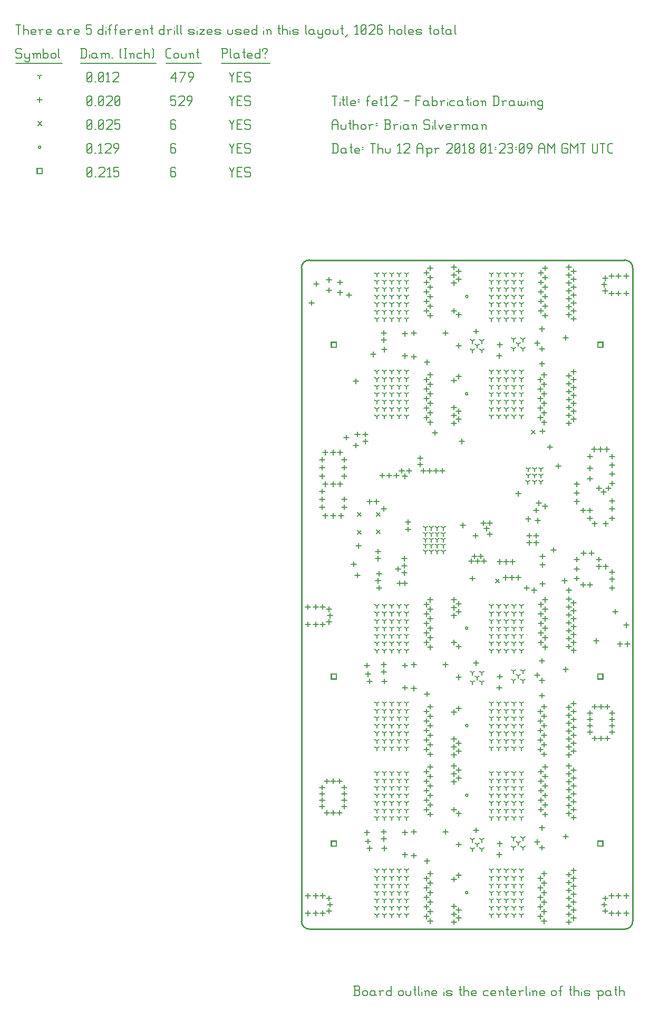
<source format=gbr>
G04 start of page 14 for group -3984 idx -3984 *
G04 Title: fet12, fab *
G04 Creator: pcb 20140316 *
G04 CreationDate: Thu 12 Apr 2018 01:23:09 AM GMT UTC *
G04 For: brian *
G04 Format: Gerber/RS-274X *
G04 PCB-Dimensions (mil): 6000.00 5000.00 *
G04 PCB-Coordinate-Origin: lower left *
%MOIN*%
%FSLAX25Y25*%
%LNFAB*%
%ADD234C,0.0100*%
%ADD233C,0.0075*%
%ADD232C,0.0060*%
%ADD231R,0.0080X0.0080*%
G54D231*X199400Y403100D02*X202600D01*
X199400D02*Y399900D01*
X202600D01*
Y403100D02*Y399900D01*
X367900Y403100D02*X371100D01*
X367900D02*Y399900D01*
X371100D01*
Y403100D02*Y399900D01*
X199400Y193600D02*X202600D01*
X199400D02*Y190400D01*
X202600D01*
Y193600D02*Y190400D01*
X367900Y193600D02*X371100D01*
X367900D02*Y190400D01*
X371100D01*
Y193600D02*Y190400D01*
X199400Y88100D02*X202600D01*
X199400D02*Y84900D01*
X202600D01*
Y88100D02*Y84900D01*
X367900Y88100D02*X371100D01*
X367900D02*Y84900D01*
X371100D01*
Y88100D02*Y84900D01*
X13400Y512850D02*X16600D01*
X13400D02*Y509650D01*
X16600D01*
Y512850D02*Y509650D01*
G54D232*X135000Y513500D02*X136500Y510500D01*
X138000Y513500D01*
X136500Y510500D02*Y507500D01*
X139800Y510800D02*X142050D01*
X139800Y507500D02*X142800D01*
X139800Y513500D02*Y507500D01*
Y513500D02*X142800D01*
X147600D02*X148350Y512750D01*
X145350Y513500D02*X147600D01*
X144600Y512750D02*X145350Y513500D01*
X144600Y512750D02*Y511250D01*
X145350Y510500D01*
X147600D01*
X148350Y509750D01*
Y508250D01*
X147600Y507500D02*X148350Y508250D01*
X145350Y507500D02*X147600D01*
X144600Y508250D02*X145350Y507500D01*
X100250Y513500D02*X101000Y512750D01*
X98750Y513500D02*X100250D01*
X98000Y512750D02*X98750Y513500D01*
X98000Y512750D02*Y508250D01*
X98750Y507500D01*
X100250Y510800D02*X101000Y510050D01*
X98000Y510800D02*X100250D01*
X98750Y507500D02*X100250D01*
X101000Y508250D01*
Y510050D02*Y508250D01*
X45000D02*X45750Y507500D01*
X45000Y512750D02*Y508250D01*
Y512750D02*X45750Y513500D01*
X47250D01*
X48000Y512750D01*
Y508250D01*
X47250Y507500D02*X48000Y508250D01*
X45750Y507500D02*X47250D01*
X45000Y509000D02*X48000Y512000D01*
X49800Y507500D02*X50550D01*
X52350Y512750D02*X53100Y513500D01*
X55350D01*
X56100Y512750D01*
Y511250D01*
X52350Y507500D02*X56100Y511250D01*
X52350Y507500D02*X56100D01*
X57900Y512300D02*X59100Y513500D01*
Y507500D01*
X57900D02*X60150D01*
X61950Y513500D02*X64950D01*
X61950D02*Y510500D01*
X62700Y511250D01*
X64200D01*
X64950Y510500D01*
Y508250D01*
X64200Y507500D02*X64950Y508250D01*
X62700Y507500D02*X64200D01*
X61950Y508250D02*X62700Y507500D01*
X284200Y432000D02*G75*G03X285800Y432000I800J0D01*G01*
G75*G03X284200Y432000I-800J0D01*G01*
Y370500D02*G75*G03X285800Y370500I800J0D01*G01*
G75*G03X284200Y370500I-800J0D01*G01*
Y222500D02*G75*G03X285800Y222500I800J0D01*G01*
G75*G03X284200Y222500I-800J0D01*G01*
Y161000D02*G75*G03X285800Y161000I800J0D01*G01*
G75*G03X284200Y161000I-800J0D01*G01*
Y117000D02*G75*G03X285800Y117000I800J0D01*G01*
G75*G03X284200Y117000I-800J0D01*G01*
Y55500D02*G75*G03X285800Y55500I800J0D01*G01*
G75*G03X284200Y55500I-800J0D01*G01*
X14200Y526250D02*G75*G03X15800Y526250I800J0D01*G01*
G75*G03X14200Y526250I-800J0D01*G01*
X135000Y528500D02*X136500Y525500D01*
X138000Y528500D01*
X136500Y525500D02*Y522500D01*
X139800Y525800D02*X142050D01*
X139800Y522500D02*X142800D01*
X139800Y528500D02*Y522500D01*
Y528500D02*X142800D01*
X147600D02*X148350Y527750D01*
X145350Y528500D02*X147600D01*
X144600Y527750D02*X145350Y528500D01*
X144600Y527750D02*Y526250D01*
X145350Y525500D01*
X147600D01*
X148350Y524750D01*
Y523250D01*
X147600Y522500D02*X148350Y523250D01*
X145350Y522500D02*X147600D01*
X144600Y523250D02*X145350Y522500D01*
X100250Y528500D02*X101000Y527750D01*
X98750Y528500D02*X100250D01*
X98000Y527750D02*X98750Y528500D01*
X98000Y527750D02*Y523250D01*
X98750Y522500D01*
X100250Y525800D02*X101000Y525050D01*
X98000Y525800D02*X100250D01*
X98750Y522500D02*X100250D01*
X101000Y523250D01*
Y525050D02*Y523250D01*
X45000D02*X45750Y522500D01*
X45000Y527750D02*Y523250D01*
Y527750D02*X45750Y528500D01*
X47250D01*
X48000Y527750D01*
Y523250D01*
X47250Y522500D02*X48000Y523250D01*
X45750Y522500D02*X47250D01*
X45000Y524000D02*X48000Y527000D01*
X49800Y522500D02*X50550D01*
X52350Y527300D02*X53550Y528500D01*
Y522500D01*
X52350D02*X54600D01*
X56400Y527750D02*X57150Y528500D01*
X59400D01*
X60150Y527750D01*
Y526250D01*
X56400Y522500D02*X60150Y526250D01*
X56400Y522500D02*X60150D01*
X62700D02*X64950Y525500D01*
Y527750D02*Y525500D01*
X64200Y528500D02*X64950Y527750D01*
X62700Y528500D02*X64200D01*
X61950Y527750D02*X62700Y528500D01*
X61950Y527750D02*Y526250D01*
X62700Y525500D01*
X64950D01*
X303300Y253700D02*X305700Y251300D01*
X303300D02*X305700Y253700D01*
X325800Y347700D02*X328200Y345300D01*
X325800D02*X328200Y347700D01*
X227800Y284700D02*X230200Y282300D01*
X227800D02*X230200Y284700D01*
X215800Y284200D02*X218200Y281800D01*
X215800D02*X218200Y284200D01*
X227800Y295700D02*X230200Y293300D01*
X227800D02*X230200Y295700D01*
X215800D02*X218200Y293300D01*
X215800D02*X218200Y295700D01*
X13800Y542450D02*X16200Y540050D01*
X13800D02*X16200Y542450D01*
X135000Y543500D02*X136500Y540500D01*
X138000Y543500D01*
X136500Y540500D02*Y537500D01*
X139800Y540800D02*X142050D01*
X139800Y537500D02*X142800D01*
X139800Y543500D02*Y537500D01*
Y543500D02*X142800D01*
X147600D02*X148350Y542750D01*
X145350Y543500D02*X147600D01*
X144600Y542750D02*X145350Y543500D01*
X144600Y542750D02*Y541250D01*
X145350Y540500D01*
X147600D01*
X148350Y539750D01*
Y538250D01*
X147600Y537500D02*X148350Y538250D01*
X145350Y537500D02*X147600D01*
X144600Y538250D02*X145350Y537500D01*
X100250Y543500D02*X101000Y542750D01*
X98750Y543500D02*X100250D01*
X98000Y542750D02*X98750Y543500D01*
X98000Y542750D02*Y538250D01*
X98750Y537500D01*
X100250Y540800D02*X101000Y540050D01*
X98000Y540800D02*X100250D01*
X98750Y537500D02*X100250D01*
X101000Y538250D01*
Y540050D02*Y538250D01*
X45000D02*X45750Y537500D01*
X45000Y542750D02*Y538250D01*
Y542750D02*X45750Y543500D01*
X47250D01*
X48000Y542750D01*
Y538250D01*
X47250Y537500D02*X48000Y538250D01*
X45750Y537500D02*X47250D01*
X45000Y539000D02*X48000Y542000D01*
X49800Y537500D02*X50550D01*
X52350Y538250D02*X53100Y537500D01*
X52350Y542750D02*Y538250D01*
Y542750D02*X53100Y543500D01*
X54600D01*
X55350Y542750D01*
Y538250D01*
X54600Y537500D02*X55350Y538250D01*
X53100Y537500D02*X54600D01*
X52350Y539000D02*X55350Y542000D01*
X57150Y542750D02*X57900Y543500D01*
X60150D01*
X60900Y542750D01*
Y541250D01*
X57150Y537500D02*X60900Y541250D01*
X57150Y537500D02*X60900D01*
X62700Y543500D02*X65700D01*
X62700D02*Y540500D01*
X63450Y541250D01*
X64950D01*
X65700Y540500D01*
Y538250D01*
X64950Y537500D02*X65700Y538250D01*
X63450Y537500D02*X64950D01*
X62700Y538250D02*X63450Y537500D01*
X251500Y395600D02*Y392400D01*
X249900Y394000D02*X253100D01*
X251500Y410600D02*Y407400D01*
X249900Y409000D02*X253100D01*
X246000Y410100D02*Y406900D01*
X244400Y408500D02*X247600D01*
X246000Y396100D02*Y392900D01*
X244400Y394500D02*X247600D01*
X232500Y410600D02*Y407400D01*
X230900Y409000D02*X234100D01*
X232500Y406100D02*Y402900D01*
X230900Y404500D02*X234100D01*
X295500Y290600D02*Y287400D01*
X293900Y289000D02*X297100D01*
X297500Y287100D02*Y283900D01*
X295900Y285500D02*X299100D01*
X299500Y290600D02*Y287400D01*
X297900Y289000D02*X301100D01*
X299500Y283600D02*Y280400D01*
X297900Y282000D02*X301100D01*
X343000Y326600D02*Y323400D01*
X341400Y325000D02*X344600D01*
X317500Y309100D02*Y305900D01*
X315900Y307500D02*X319100D01*
X330000Y292100D02*Y288900D01*
X328400Y290500D02*X331600D01*
X329000Y298600D02*Y295400D01*
X327400Y297000D02*X330600D01*
X334500Y301100D02*Y297900D01*
X332900Y299500D02*X336100D01*
X337500Y338600D02*Y335400D01*
X335900Y337000D02*X339100D01*
X333000Y348600D02*Y345400D01*
X331400Y347000D02*X334600D01*
X324000Y293100D02*Y289900D01*
X322400Y291500D02*X325600D01*
X330500Y303100D02*Y299900D01*
X328900Y301500D02*X332100D01*
X282000Y342100D02*Y338900D01*
X280400Y340500D02*X283600D01*
X262000Y451600D02*Y448400D01*
X260400Y450000D02*X263600D01*
X262000Y421600D02*Y418400D01*
X260400Y420000D02*X263600D01*
X262000Y427600D02*Y424400D01*
X260400Y426000D02*X263600D01*
X262000Y439600D02*Y436400D01*
X260400Y438000D02*X263600D01*
X262000Y445600D02*Y442400D01*
X260400Y444000D02*X263600D01*
X262000Y433600D02*Y430400D01*
X260400Y432000D02*X263600D01*
X259500Y448600D02*Y445400D01*
X257900Y447000D02*X261100D01*
X259500Y424600D02*Y421400D01*
X257900Y423000D02*X261100D01*
X259500Y436600D02*Y433400D01*
X257900Y435000D02*X261100D01*
X259500Y442600D02*Y439400D01*
X257900Y441000D02*X261100D01*
X259500Y430600D02*Y427400D01*
X257900Y429000D02*X261100D01*
X277000Y447100D02*Y443900D01*
X275400Y445500D02*X278600D01*
X277000Y424600D02*Y421400D01*
X275400Y423000D02*X278600D01*
X280000Y449600D02*Y446400D01*
X278400Y448000D02*X281600D01*
X280000Y444600D02*Y441400D01*
X278400Y443000D02*X281600D01*
X277000Y442100D02*Y438900D01*
X275400Y440500D02*X278600D01*
X280000Y422100D02*Y418900D01*
X278400Y420500D02*X281600D01*
X277000Y452100D02*Y448900D01*
X275400Y450500D02*X278600D01*
X262000Y354100D02*Y350900D01*
X260400Y352500D02*X263600D01*
X262000Y384100D02*Y380900D01*
X260400Y382500D02*X263600D01*
X262000Y378100D02*Y374900D01*
X260400Y376500D02*X263600D01*
X262000Y366100D02*Y362900D01*
X260400Y364500D02*X263600D01*
X262000Y360100D02*Y356900D01*
X260400Y358500D02*X263600D01*
X262000Y372100D02*Y368900D01*
X260400Y370500D02*X263600D01*
X259500Y357100D02*Y353900D01*
X257900Y355500D02*X261100D01*
X259500Y381100D02*Y377900D01*
X257900Y379500D02*X261100D01*
X259500Y369100D02*Y365900D01*
X257900Y367500D02*X261100D01*
X259500Y363100D02*Y359900D01*
X257900Y361500D02*X261100D01*
X259500Y375100D02*Y371900D01*
X257900Y373500D02*X261100D01*
X277000Y358600D02*Y355400D01*
X275400Y357000D02*X278600D01*
X280000Y383100D02*Y379900D01*
X278400Y381500D02*X281600D01*
X277000Y380600D02*Y377400D01*
X275400Y379000D02*X278600D01*
X280000Y361100D02*Y357900D01*
X278400Y359500D02*X281600D01*
X277000Y363600D02*Y360400D01*
X275400Y362000D02*X278600D01*
X280000Y356100D02*Y352900D01*
X278400Y354500D02*X281600D01*
X277000Y353600D02*Y350400D01*
X275400Y352000D02*X278600D01*
X352500Y419600D02*Y416400D01*
X350900Y418000D02*X354100D01*
X349500Y422100D02*Y418900D01*
X347900Y420500D02*X351100D01*
X352500Y424600D02*Y421400D01*
X350900Y423000D02*X354100D01*
X352500Y429600D02*Y426400D01*
X350900Y428000D02*X354100D01*
X352500Y434600D02*Y431400D01*
X350900Y433000D02*X354100D01*
X352500Y439600D02*Y436400D01*
X350900Y438000D02*X354100D01*
X352500Y444600D02*Y441400D01*
X350900Y443000D02*X354100D01*
X352500Y449600D02*Y446400D01*
X350900Y448000D02*X354100D01*
X349500Y452100D02*Y448900D01*
X347900Y450500D02*X351100D01*
X349500Y432100D02*Y428900D01*
X347900Y430500D02*X351100D01*
X349500Y442100D02*Y438900D01*
X347900Y440500D02*X351100D01*
X349500Y437100D02*Y433900D01*
X347900Y435500D02*X351100D01*
X349500Y427100D02*Y423900D01*
X347900Y425500D02*X351100D01*
X349500Y447100D02*Y443900D01*
X347900Y445500D02*X351100D01*
X332000Y430600D02*Y427400D01*
X330400Y429000D02*X333600D01*
X332000Y442600D02*Y439400D01*
X330400Y441000D02*X333600D01*
X332000Y436600D02*Y433400D01*
X330400Y435000D02*X333600D01*
X332000Y424600D02*Y421400D01*
X330400Y423000D02*X333600D01*
X332000Y448600D02*Y445400D01*
X330400Y447000D02*X333600D01*
X334500Y433600D02*Y430400D01*
X332900Y432000D02*X336100D01*
X334500Y445600D02*Y442400D01*
X332900Y444000D02*X336100D01*
X334500Y439600D02*Y436400D01*
X332900Y438000D02*X336100D01*
X334500Y427600D02*Y424400D01*
X332900Y426000D02*X336100D01*
X334500Y421600D02*Y418400D01*
X332900Y420000D02*X336100D01*
X334500Y451600D02*Y448400D01*
X332900Y450000D02*X336100D01*
X352500Y386100D02*Y382900D01*
X350900Y384500D02*X354100D01*
X349500Y383600D02*Y380400D01*
X347900Y382000D02*X351100D01*
X352500Y381100D02*Y377900D01*
X350900Y379500D02*X354100D01*
X352500Y376100D02*Y372900D01*
X350900Y374500D02*X354100D01*
X352500Y371100D02*Y367900D01*
X350900Y369500D02*X354100D01*
X352500Y366100D02*Y362900D01*
X350900Y364500D02*X354100D01*
X352500Y361100D02*Y357900D01*
X350900Y359500D02*X354100D01*
X352500Y356100D02*Y352900D01*
X350900Y354500D02*X354100D01*
X349500Y353600D02*Y350400D01*
X347900Y352000D02*X351100D01*
X349500Y373600D02*Y370400D01*
X347900Y372000D02*X351100D01*
X349500Y363600D02*Y360400D01*
X347900Y362000D02*X351100D01*
X349500Y368600D02*Y365400D01*
X347900Y367000D02*X351100D01*
X349500Y378600D02*Y375400D01*
X347900Y377000D02*X351100D01*
X349500Y358600D02*Y355400D01*
X347900Y357000D02*X351100D01*
X334000Y354100D02*Y350900D01*
X332400Y352500D02*X335600D01*
X334000Y384100D02*Y380900D01*
X332400Y382500D02*X335600D01*
X334000Y378100D02*Y374900D01*
X332400Y376500D02*X335600D01*
X334000Y366100D02*Y362900D01*
X332400Y364500D02*X335600D01*
X334000Y360100D02*Y356900D01*
X332400Y358500D02*X335600D01*
X334000Y372100D02*Y368900D01*
X332400Y370500D02*X335600D01*
X331500Y357100D02*Y353900D01*
X329900Y355500D02*X333100D01*
X331500Y381100D02*Y377900D01*
X329900Y379500D02*X333100D01*
X331500Y369100D02*Y365900D01*
X329900Y367500D02*X333100D01*
X331500Y363100D02*Y359900D01*
X329900Y361500D02*X333100D01*
X331500Y375100D02*Y371900D01*
X329900Y373500D02*X333100D01*
X306000Y403100D02*Y399900D01*
X304400Y401500D02*X307600D01*
X305500Y396100D02*Y392900D01*
X303900Y394500D02*X307100D01*
X280000Y402600D02*Y399400D01*
X278400Y401000D02*X281600D01*
X271500Y410600D02*Y407400D01*
X269900Y409000D02*X273100D01*
X291000Y411600D02*Y408400D01*
X289400Y410000D02*X292600D01*
X332500Y400600D02*Y397400D01*
X330900Y399000D02*X334100D01*
X329500Y404100D02*Y400900D01*
X327900Y402500D02*X331100D01*
X347500Y407600D02*Y404400D01*
X345900Y406000D02*X349100D01*
X332500Y391100D02*Y387900D01*
X330900Y389500D02*X334100D01*
X265000Y347600D02*Y344400D01*
X263400Y346000D02*X266600D01*
X215000Y380100D02*Y376900D01*
X213400Y378500D02*X216600D01*
X226000Y397100D02*Y393900D01*
X224400Y395500D02*X227600D01*
X233000Y400100D02*Y396900D01*
X231400Y398500D02*X234600D01*
X260000Y392100D02*Y388900D01*
X258400Y390500D02*X261600D01*
X332500Y413100D02*Y409900D01*
X330900Y411500D02*X334100D01*
X251500Y186100D02*Y182900D01*
X249900Y184500D02*X253100D01*
X251500Y201100D02*Y197900D01*
X249900Y199500D02*X253100D01*
X246000Y200600D02*Y197400D01*
X244400Y199000D02*X247600D01*
X246000Y186600D02*Y183400D01*
X244400Y185000D02*X247600D01*
X232500Y201100D02*Y197900D01*
X230900Y199500D02*X234100D01*
X232500Y196600D02*Y193400D01*
X230900Y195000D02*X234100D01*
X262000Y242100D02*Y238900D01*
X260400Y240500D02*X263600D01*
X262000Y212100D02*Y208900D01*
X260400Y210500D02*X263600D01*
X262000Y218100D02*Y214900D01*
X260400Y216500D02*X263600D01*
X262000Y230100D02*Y226900D01*
X260400Y228500D02*X263600D01*
X262000Y236100D02*Y232900D01*
X260400Y234500D02*X263600D01*
X262000Y224100D02*Y220900D01*
X260400Y222500D02*X263600D01*
X259500Y239100D02*Y235900D01*
X257900Y237500D02*X261100D01*
X259500Y215100D02*Y211900D01*
X257900Y213500D02*X261100D01*
X259500Y227100D02*Y223900D01*
X257900Y225500D02*X261100D01*
X259500Y233100D02*Y229900D01*
X257900Y231500D02*X261100D01*
X259500Y221100D02*Y217900D01*
X257900Y219500D02*X261100D01*
X277000Y215100D02*Y211900D01*
X275400Y213500D02*X278600D01*
X280000Y212600D02*Y209400D01*
X278400Y211000D02*X281600D01*
X262000Y144600D02*Y141400D01*
X260400Y143000D02*X263600D01*
X262000Y174600D02*Y171400D01*
X260400Y173000D02*X263600D01*
X262000Y168600D02*Y165400D01*
X260400Y167000D02*X263600D01*
X262000Y156600D02*Y153400D01*
X260400Y155000D02*X263600D01*
X262000Y150600D02*Y147400D01*
X260400Y149000D02*X263600D01*
X262000Y162600D02*Y159400D01*
X260400Y161000D02*X263600D01*
X259500Y147600D02*Y144400D01*
X257900Y146000D02*X261100D01*
X259500Y171600D02*Y168400D01*
X257900Y170000D02*X261100D01*
X259500Y159600D02*Y156400D01*
X257900Y158000D02*X261100D01*
X259500Y153600D02*Y150400D01*
X257900Y152000D02*X261100D01*
X259500Y165600D02*Y162400D01*
X257900Y164000D02*X261100D01*
X277000Y149100D02*Y145900D01*
X275400Y147500D02*X278600D01*
X280000Y173600D02*Y170400D01*
X278400Y172000D02*X281600D01*
X277000Y171100D02*Y167900D01*
X275400Y169500D02*X278600D01*
X280000Y151600D02*Y148400D01*
X278400Y150000D02*X281600D01*
X277000Y154100D02*Y150900D01*
X275400Y152500D02*X278600D01*
X280000Y146600D02*Y143400D01*
X278400Y145000D02*X281600D01*
X277000Y144100D02*Y140900D01*
X275400Y142500D02*X278600D01*
X352500Y210100D02*Y206900D01*
X350900Y208500D02*X354100D01*
X349500Y212600D02*Y209400D01*
X347900Y211000D02*X351100D01*
X352500Y215100D02*Y211900D01*
X350900Y213500D02*X354100D01*
X352500Y220100D02*Y216900D01*
X350900Y218500D02*X354100D01*
X352500Y225100D02*Y221900D01*
X350900Y223500D02*X354100D01*
X352500Y230100D02*Y226900D01*
X350900Y228500D02*X354100D01*
X352500Y235100D02*Y231900D01*
X350900Y233500D02*X354100D01*
X352500Y240100D02*Y236900D01*
X350900Y238500D02*X354100D01*
X349500Y242600D02*Y239400D01*
X347900Y241000D02*X351100D01*
X349500Y222600D02*Y219400D01*
X347900Y221000D02*X351100D01*
X349500Y232600D02*Y229400D01*
X347900Y231000D02*X351100D01*
X349500Y227600D02*Y224400D01*
X347900Y226000D02*X351100D01*
X349500Y217600D02*Y214400D01*
X347900Y216000D02*X351100D01*
X349500Y237600D02*Y234400D01*
X347900Y236000D02*X351100D01*
X332000Y221100D02*Y217900D01*
X330400Y219500D02*X333600D01*
X332000Y233100D02*Y229900D01*
X330400Y231500D02*X333600D01*
X332000Y227100D02*Y223900D01*
X330400Y225500D02*X333600D01*
X332000Y215100D02*Y211900D01*
X330400Y213500D02*X333600D01*
X332000Y239100D02*Y235900D01*
X330400Y237500D02*X333600D01*
X334500Y224100D02*Y220900D01*
X332900Y222500D02*X336100D01*
X334500Y236100D02*Y232900D01*
X332900Y234500D02*X336100D01*
X334500Y230100D02*Y226900D01*
X332900Y228500D02*X336100D01*
X334500Y218100D02*Y214900D01*
X332900Y216500D02*X336100D01*
X334500Y212100D02*Y208900D01*
X332900Y210500D02*X336100D01*
X334500Y242100D02*Y238900D01*
X332900Y240500D02*X336100D01*
X352500Y176600D02*Y173400D01*
X350900Y175000D02*X354100D01*
X349500Y174100D02*Y170900D01*
X347900Y172500D02*X351100D01*
X352500Y171600D02*Y168400D01*
X350900Y170000D02*X354100D01*
X352500Y166600D02*Y163400D01*
X350900Y165000D02*X354100D01*
X352500Y161600D02*Y158400D01*
X350900Y160000D02*X354100D01*
X352500Y156600D02*Y153400D01*
X350900Y155000D02*X354100D01*
X352500Y151600D02*Y148400D01*
X350900Y150000D02*X354100D01*
X352500Y146600D02*Y143400D01*
X350900Y145000D02*X354100D01*
X349500Y144100D02*Y140900D01*
X347900Y142500D02*X351100D01*
X349500Y164100D02*Y160900D01*
X347900Y162500D02*X351100D01*
X349500Y154100D02*Y150900D01*
X347900Y152500D02*X351100D01*
X349500Y159100D02*Y155900D01*
X347900Y157500D02*X351100D01*
X349500Y169100D02*Y165900D01*
X347900Y167500D02*X351100D01*
X349500Y149100D02*Y145900D01*
X347900Y147500D02*X351100D01*
X334000Y144600D02*Y141400D01*
X332400Y143000D02*X335600D01*
X334000Y174600D02*Y171400D01*
X332400Y173000D02*X335600D01*
X334000Y168600D02*Y165400D01*
X332400Y167000D02*X335600D01*
X334000Y156600D02*Y153400D01*
X332400Y155000D02*X335600D01*
X334000Y150600D02*Y147400D01*
X332400Y149000D02*X335600D01*
X334000Y162600D02*Y159400D01*
X332400Y161000D02*X335600D01*
X331500Y147600D02*Y144400D01*
X329900Y146000D02*X333100D01*
X331500Y171600D02*Y168400D01*
X329900Y170000D02*X333100D01*
X331500Y159600D02*Y156400D01*
X329900Y158000D02*X333100D01*
X331500Y153600D02*Y150400D01*
X329900Y152000D02*X333100D01*
X331500Y165600D02*Y162400D01*
X329900Y164000D02*X333100D01*
X306000Y193600D02*Y190400D01*
X304400Y192000D02*X307600D01*
X305500Y186600D02*Y183400D01*
X303900Y185000D02*X307100D01*
X280000Y193100D02*Y189900D01*
X278400Y191500D02*X281600D01*
X271500Y201100D02*Y197900D01*
X269900Y199500D02*X273100D01*
X291000Y202100D02*Y198900D01*
X289400Y200500D02*X292600D01*
X332500Y191100D02*Y187900D01*
X330900Y189500D02*X334100D01*
X329500Y194600D02*Y191400D01*
X327900Y193000D02*X331100D01*
X347500Y198100D02*Y194900D01*
X345900Y196500D02*X349100D01*
X233000Y190600D02*Y187400D01*
X231400Y189000D02*X234600D01*
X260000Y182600D02*Y179400D01*
X258400Y181000D02*X261600D01*
X332500Y203600D02*Y200400D01*
X330900Y202000D02*X334100D01*
X251500Y80600D02*Y77400D01*
X249900Y79000D02*X253100D01*
X251500Y95600D02*Y92400D01*
X249900Y94000D02*X253100D01*
X246000Y95100D02*Y91900D01*
X244400Y93500D02*X247600D01*
X246000Y81100D02*Y77900D01*
X244400Y79500D02*X247600D01*
X232500Y95600D02*Y92400D01*
X230900Y94000D02*X234100D01*
X232500Y91100D02*Y87900D01*
X230900Y89500D02*X234100D01*
X262000Y136600D02*Y133400D01*
X260400Y135000D02*X263600D01*
X262000Y106600D02*Y103400D01*
X260400Y105000D02*X263600D01*
X262000Y112600D02*Y109400D01*
X260400Y111000D02*X263600D01*
X262000Y124600D02*Y121400D01*
X260400Y123000D02*X263600D01*
X262000Y130600D02*Y127400D01*
X260400Y129000D02*X263600D01*
X262000Y118600D02*Y115400D01*
X260400Y117000D02*X263600D01*
X259500Y133600D02*Y130400D01*
X257900Y132000D02*X261100D01*
X259500Y109600D02*Y106400D01*
X257900Y108000D02*X261100D01*
X259500Y121600D02*Y118400D01*
X257900Y120000D02*X261100D01*
X259500Y127600D02*Y124400D01*
X257900Y126000D02*X261100D01*
X259500Y115600D02*Y112400D01*
X257900Y114000D02*X261100D01*
X277000Y132100D02*Y128900D01*
X275400Y130500D02*X278600D01*
X277000Y109600D02*Y106400D01*
X275400Y108000D02*X278600D01*
X280000Y134600D02*Y131400D01*
X278400Y133000D02*X281600D01*
X280000Y129600D02*Y126400D01*
X278400Y128000D02*X281600D01*
X277000Y127100D02*Y123900D01*
X275400Y125500D02*X278600D01*
X280000Y107100D02*Y103900D01*
X278400Y105500D02*X281600D01*
X277000Y137100D02*Y133900D01*
X275400Y135500D02*X278600D01*
X262000Y39100D02*Y35900D01*
X260400Y37500D02*X263600D01*
X262000Y69100D02*Y65900D01*
X260400Y67500D02*X263600D01*
X262000Y63100D02*Y59900D01*
X260400Y61500D02*X263600D01*
X262000Y51100D02*Y47900D01*
X260400Y49500D02*X263600D01*
X262000Y45100D02*Y41900D01*
X260400Y43500D02*X263600D01*
X262000Y57100D02*Y53900D01*
X260400Y55500D02*X263600D01*
X259500Y42100D02*Y38900D01*
X257900Y40500D02*X261100D01*
X259500Y66100D02*Y62900D01*
X257900Y64500D02*X261100D01*
X259500Y54100D02*Y50900D01*
X257900Y52500D02*X261100D01*
X259500Y48100D02*Y44900D01*
X257900Y46500D02*X261100D01*
X259500Y60100D02*Y56900D01*
X257900Y58500D02*X261100D01*
X277000Y43600D02*Y40400D01*
X275400Y42000D02*X278600D01*
X280000Y68100D02*Y64900D01*
X278400Y66500D02*X281600D01*
X277000Y65600D02*Y62400D01*
X275400Y64000D02*X278600D01*
X280000Y46100D02*Y42900D01*
X278400Y44500D02*X281600D01*
X277000Y48600D02*Y45400D01*
X275400Y47000D02*X278600D01*
X280000Y41100D02*Y37900D01*
X278400Y39500D02*X281600D01*
X277000Y38600D02*Y35400D01*
X275400Y37000D02*X278600D01*
X352500Y104600D02*Y101400D01*
X350900Y103000D02*X354100D01*
X349500Y107100D02*Y103900D01*
X347900Y105500D02*X351100D01*
X352500Y109600D02*Y106400D01*
X350900Y108000D02*X354100D01*
X352500Y114600D02*Y111400D01*
X350900Y113000D02*X354100D01*
X352500Y119600D02*Y116400D01*
X350900Y118000D02*X354100D01*
X352500Y124600D02*Y121400D01*
X350900Y123000D02*X354100D01*
X352500Y129600D02*Y126400D01*
X350900Y128000D02*X354100D01*
X352500Y134600D02*Y131400D01*
X350900Y133000D02*X354100D01*
X349500Y137100D02*Y133900D01*
X347900Y135500D02*X351100D01*
X349500Y117100D02*Y113900D01*
X347900Y115500D02*X351100D01*
X349500Y127100D02*Y123900D01*
X347900Y125500D02*X351100D01*
X349500Y122100D02*Y118900D01*
X347900Y120500D02*X351100D01*
X349500Y112100D02*Y108900D01*
X347900Y110500D02*X351100D01*
X349500Y132100D02*Y128900D01*
X347900Y130500D02*X351100D01*
X332000Y115600D02*Y112400D01*
X330400Y114000D02*X333600D01*
X332000Y127600D02*Y124400D01*
X330400Y126000D02*X333600D01*
X332000Y121600D02*Y118400D01*
X330400Y120000D02*X333600D01*
X332000Y109600D02*Y106400D01*
X330400Y108000D02*X333600D01*
X332000Y133600D02*Y130400D01*
X330400Y132000D02*X333600D01*
X334500Y118600D02*Y115400D01*
X332900Y117000D02*X336100D01*
X334500Y130600D02*Y127400D01*
X332900Y129000D02*X336100D01*
X334500Y124600D02*Y121400D01*
X332900Y123000D02*X336100D01*
X334500Y112600D02*Y109400D01*
X332900Y111000D02*X336100D01*
X334500Y106600D02*Y103400D01*
X332900Y105000D02*X336100D01*
X334500Y136600D02*Y133400D01*
X332900Y135000D02*X336100D01*
X352500Y71100D02*Y67900D01*
X350900Y69500D02*X354100D01*
X349500Y68600D02*Y65400D01*
X347900Y67000D02*X351100D01*
X352500Y66100D02*Y62900D01*
X350900Y64500D02*X354100D01*
X352500Y61100D02*Y57900D01*
X350900Y59500D02*X354100D01*
X352500Y56100D02*Y52900D01*
X350900Y54500D02*X354100D01*
X352500Y51100D02*Y47900D01*
X350900Y49500D02*X354100D01*
X352500Y46100D02*Y42900D01*
X350900Y44500D02*X354100D01*
X352500Y41100D02*Y37900D01*
X350900Y39500D02*X354100D01*
X349500Y38600D02*Y35400D01*
X347900Y37000D02*X351100D01*
X349500Y58600D02*Y55400D01*
X347900Y57000D02*X351100D01*
X349500Y48600D02*Y45400D01*
X347900Y47000D02*X351100D01*
X349500Y53600D02*Y50400D01*
X347900Y52000D02*X351100D01*
X349500Y63600D02*Y60400D01*
X347900Y62000D02*X351100D01*
X349500Y43600D02*Y40400D01*
X347900Y42000D02*X351100D01*
X334000Y39100D02*Y35900D01*
X332400Y37500D02*X335600D01*
X334000Y69100D02*Y65900D01*
X332400Y67500D02*X335600D01*
X334000Y63100D02*Y59900D01*
X332400Y61500D02*X335600D01*
X334000Y51100D02*Y47900D01*
X332400Y49500D02*X335600D01*
X334000Y45100D02*Y41900D01*
X332400Y43500D02*X335600D01*
X334000Y57100D02*Y53900D01*
X332400Y55500D02*X335600D01*
X331500Y42100D02*Y38900D01*
X329900Y40500D02*X333100D01*
X331500Y66100D02*Y62900D01*
X329900Y64500D02*X333100D01*
X331500Y54100D02*Y50900D01*
X329900Y52500D02*X333100D01*
X331500Y48100D02*Y44900D01*
X329900Y46500D02*X333100D01*
X331500Y60100D02*Y56900D01*
X329900Y58500D02*X333100D01*
X306000Y88100D02*Y84900D01*
X304400Y86500D02*X307600D01*
X305500Y81100D02*Y77900D01*
X303900Y79500D02*X307100D01*
X280000Y87600D02*Y84400D01*
X278400Y86000D02*X281600D01*
X271500Y95600D02*Y92400D01*
X269900Y94000D02*X273100D01*
X291000Y96600D02*Y93400D01*
X289400Y95000D02*X292600D01*
X332500Y85600D02*Y82400D01*
X330900Y84000D02*X334100D01*
X329500Y89100D02*Y85900D01*
X327900Y87500D02*X331100D01*
X347500Y92600D02*Y89400D01*
X345900Y91000D02*X349100D01*
X233000Y85100D02*Y81900D01*
X231400Y83500D02*X234600D01*
X260000Y77100D02*Y73900D01*
X258400Y75500D02*X261600D01*
X332500Y98100D02*Y94900D01*
X330900Y96500D02*X334100D01*
X282500Y289100D02*Y285900D01*
X280900Y287500D02*X284100D01*
X246000Y252600D02*Y249400D01*
X244400Y251000D02*X247600D01*
X241500Y261600D02*Y258400D01*
X239900Y260000D02*X243100D01*
X245500Y259100D02*Y255900D01*
X243900Y257500D02*X247100D01*
X245500Y263600D02*Y260400D01*
X243900Y262000D02*X247100D01*
X245500Y268100D02*Y264900D01*
X243900Y266500D02*X247100D01*
X248000Y291100D02*Y287900D01*
X246400Y289500D02*X249600D01*
X248000Y286600D02*Y283400D01*
X246400Y285000D02*X249600D01*
X290500Y282600D02*Y279400D01*
X288900Y281000D02*X292100D01*
X324500Y282600D02*Y279400D01*
X322900Y281000D02*X326100D01*
X329000Y282600D02*Y279400D01*
X327400Y281000D02*X330600D01*
X324500Y278100D02*Y274900D01*
X322900Y276500D02*X326100D01*
X329000Y278100D02*Y274900D01*
X327400Y276500D02*X330600D01*
X379000Y234600D02*Y231400D01*
X377400Y233000D02*X380600D01*
X377000Y249600D02*Y246400D01*
X375400Y248000D02*X378600D01*
X363000Y251600D02*Y248400D01*
X361400Y250000D02*X364600D01*
X382000Y214100D02*Y210900D01*
X380400Y212500D02*X383600D01*
X367000Y216100D02*Y212900D01*
X365400Y214500D02*X368600D01*
X386500Y214100D02*Y210900D01*
X384900Y212500D02*X388100D01*
X386000Y226100D02*Y222900D01*
X384400Y224500D02*X387600D01*
X358500Y251600D02*Y248400D01*
X356900Y250000D02*X360100D01*
X377000Y259600D02*Y256400D01*
X375400Y258000D02*X378600D01*
X377000Y255100D02*Y251900D01*
X375400Y253500D02*X378600D01*
X368500Y263100D02*Y259900D01*
X366900Y261500D02*X370100D01*
X373000Y263100D02*Y259900D01*
X371400Y261500D02*X374600D01*
X354500Y255600D02*Y252400D01*
X352900Y254000D02*X356100D01*
X354500Y267600D02*Y264400D01*
X352900Y266000D02*X356100D01*
X368500Y267600D02*Y264400D01*
X366900Y266000D02*X370100D01*
X359000Y271600D02*Y268400D01*
X357400Y270000D02*X360600D01*
X364000Y271600D02*Y268400D01*
X362400Y270000D02*X365600D01*
X354500Y261600D02*Y258400D01*
X352900Y260000D02*X356100D01*
X223500Y85100D02*Y81900D01*
X221900Y83500D02*X225100D01*
X222000Y95100D02*Y91900D01*
X220400Y93500D02*X223600D01*
X222500Y89600D02*Y86400D01*
X220900Y88000D02*X224100D01*
X223500Y190600D02*Y187400D01*
X221900Y189000D02*X225100D01*
X222000Y200600D02*Y197400D01*
X220400Y199000D02*X223600D01*
X222500Y195100D02*Y191900D01*
X220900Y193500D02*X224100D01*
X210500Y434600D02*Y431400D01*
X208900Y433000D02*X212100D01*
X187000Y429600D02*Y426400D01*
X185400Y428000D02*X188600D01*
X190000Y441600D02*Y438400D01*
X188400Y440000D02*X191600D01*
X205000Y436100D02*Y432900D01*
X203400Y434500D02*X206600D01*
X198000Y437600D02*Y434400D01*
X196400Y436000D02*X199600D01*
X198000Y444100D02*Y440900D01*
X196400Y442500D02*X199600D01*
X205000Y442600D02*Y439400D01*
X203400Y441000D02*X206600D01*
X327500Y248100D02*Y244900D01*
X325900Y246500D02*X329100D01*
X323000Y249600D02*Y246400D01*
X321400Y248000D02*X324600D01*
X242500Y252600D02*Y249400D01*
X240900Y251000D02*X244100D01*
X277000Y237100D02*Y233900D01*
X275400Y235500D02*X278600D01*
X280000Y239600D02*Y236400D01*
X278400Y238000D02*X281600D01*
X280000Y234600D02*Y231400D01*
X278400Y233000D02*X281600D01*
X277000Y232100D02*Y228900D01*
X275400Y230500D02*X278600D01*
X277000Y242100D02*Y238900D01*
X275400Y240500D02*X278600D01*
X216000Y257600D02*Y254400D01*
X214400Y256000D02*X217600D01*
X229500Y249600D02*Y246400D01*
X227900Y248000D02*X231100D01*
X229000Y254100D02*Y250900D01*
X227400Y252500D02*X230600D01*
X229500Y258600D02*Y255400D01*
X227900Y257000D02*X231100D01*
X229000Y272600D02*Y269400D01*
X227400Y271000D02*X230600D01*
X229000Y268100D02*Y264900D01*
X227400Y266500D02*X230600D01*
X213500Y264600D02*Y261400D01*
X211900Y263000D02*X215100D01*
X221000Y346600D02*Y343400D01*
X219400Y345000D02*X222600D01*
X221000Y342100D02*Y338900D01*
X219400Y340500D02*X222600D01*
X215000Y339600D02*Y336400D01*
X213400Y338000D02*X216600D01*
X195500Y315100D02*Y311900D01*
X193900Y313500D02*X197100D01*
X200500Y315100D02*Y311900D01*
X198900Y313500D02*X202100D01*
X205000Y315100D02*Y311900D01*
X203400Y313500D02*X206600D01*
X207500Y305600D02*Y302400D01*
X205900Y304000D02*X209100D01*
X207500Y300600D02*Y297400D01*
X205900Y299000D02*X209100D01*
X193500Y305600D02*Y302400D01*
X191900Y304000D02*X195100D01*
X193500Y300600D02*Y297400D01*
X191900Y299000D02*X195100D01*
X193500Y310600D02*Y307400D01*
X191900Y309000D02*X195100D01*
X195500Y295100D02*Y291900D01*
X193900Y293500D02*X197100D01*
X200500Y295100D02*Y291900D01*
X198900Y293500D02*X202100D01*
X205500Y295100D02*Y291900D01*
X203900Y293500D02*X207100D01*
X193500Y320100D02*Y316900D01*
X191900Y318500D02*X195100D01*
X193500Y330600D02*Y327400D01*
X191900Y329000D02*X195100D01*
X193500Y325600D02*Y322400D01*
X191900Y324000D02*X195100D01*
X195500Y335100D02*Y331900D01*
X193900Y333500D02*X197100D01*
X200500Y335100D02*Y331900D01*
X198900Y333500D02*X202100D01*
X205000Y335100D02*Y331900D01*
X203400Y333500D02*X206600D01*
X207500Y330600D02*Y327400D01*
X205900Y329000D02*X209100D01*
X207500Y325600D02*Y322400D01*
X205900Y324000D02*X209100D01*
X207500Y320100D02*Y316900D01*
X205900Y318500D02*X209100D01*
X232500Y299600D02*Y296400D01*
X230900Y298000D02*X234100D01*
X228000Y304100D02*Y300900D01*
X226400Y302500D02*X229600D01*
X223500Y304100D02*Y300900D01*
X221900Y302500D02*X225100D01*
X216000Y346600D02*Y343400D01*
X214400Y345000D02*X217600D01*
X209000Y344600D02*Y341400D01*
X207400Y343000D02*X210600D01*
X216500Y276100D02*Y272900D01*
X214900Y274500D02*X218100D01*
X332500Y181600D02*Y178400D01*
X330900Y180000D02*X334100D01*
X184500Y44100D02*Y40900D01*
X182900Y42500D02*X186100D01*
X198500Y49600D02*Y46400D01*
X196900Y48000D02*X200100D01*
X198000Y45600D02*Y42400D01*
X196400Y44000D02*X199600D01*
X198000Y53600D02*Y50400D01*
X196400Y52000D02*X199600D01*
X194000Y55100D02*Y51900D01*
X192400Y53500D02*X195600D01*
X184500Y55100D02*Y51900D01*
X182900Y53500D02*X186100D01*
X189500Y55100D02*Y51900D01*
X187900Y53500D02*X191100D01*
X189500Y44100D02*Y40900D01*
X187900Y42500D02*X191100D01*
X194000Y44100D02*Y40900D01*
X192400Y42500D02*X195600D01*
X386000Y44100D02*Y40900D01*
X384400Y42500D02*X387600D01*
X372000Y49600D02*Y46400D01*
X370400Y48000D02*X373600D01*
X372500Y45600D02*Y42400D01*
X370900Y44000D02*X374100D01*
X372500Y53600D02*Y50400D01*
X370900Y52000D02*X374100D01*
X376500Y55100D02*Y51900D01*
X374900Y53500D02*X378100D01*
X386000Y55100D02*Y51900D01*
X384400Y53500D02*X387600D01*
X381000Y55100D02*Y51900D01*
X379400Y53500D02*X382600D01*
X381000Y44100D02*Y40900D01*
X379400Y42500D02*X382600D01*
X376500Y44100D02*Y40900D01*
X374900Y42500D02*X378100D01*
X200500Y107600D02*Y104400D01*
X198900Y106000D02*X202100D01*
X196500Y107600D02*Y104400D01*
X194900Y106000D02*X198100D01*
X204500Y107600D02*Y104400D01*
X202900Y106000D02*X206100D01*
X207500Y111600D02*Y108400D01*
X205900Y110000D02*X209100D01*
X207500Y119600D02*Y116400D01*
X205900Y118000D02*X209100D01*
X207500Y115600D02*Y112400D01*
X205900Y114000D02*X209100D01*
X200500Y127600D02*Y124400D01*
X198900Y126000D02*X202100D01*
X196500Y127600D02*Y124400D01*
X194900Y126000D02*X198100D01*
X204500Y127600D02*Y124400D01*
X202900Y126000D02*X206100D01*
X207500Y123600D02*Y120400D01*
X205900Y122000D02*X209100D01*
X193500Y111600D02*Y108400D01*
X191900Y110000D02*X195100D01*
X193500Y119600D02*Y116400D01*
X191900Y118000D02*X195100D01*
X193500Y115600D02*Y112400D01*
X191900Y114000D02*X195100D01*
X193500Y123600D02*Y120400D01*
X191900Y122000D02*X195100D01*
X370000Y174600D02*Y171400D01*
X368400Y173000D02*X371600D01*
X374000Y174600D02*Y171400D01*
X372400Y173000D02*X375600D01*
X366000Y174600D02*Y171400D01*
X364400Y173000D02*X367600D01*
X363000Y170600D02*Y167400D01*
X361400Y169000D02*X364600D01*
X363000Y162600D02*Y159400D01*
X361400Y161000D02*X364600D01*
X363000Y166600D02*Y163400D01*
X361400Y165000D02*X364600D01*
X370000Y154600D02*Y151400D01*
X368400Y153000D02*X371600D01*
X374000Y154600D02*Y151400D01*
X372400Y153000D02*X375600D01*
X366000Y154600D02*Y151400D01*
X364400Y153000D02*X367600D01*
X363000Y158600D02*Y155400D01*
X361400Y157000D02*X364600D01*
X377000Y170600D02*Y167400D01*
X375400Y169000D02*X378600D01*
X377000Y162600D02*Y159400D01*
X375400Y161000D02*X378600D01*
X377000Y166600D02*Y163400D01*
X375400Y165000D02*X378600D01*
X377000Y158600D02*Y155400D01*
X375400Y157000D02*X378600D01*
X386000Y446600D02*Y443400D01*
X384400Y445000D02*X387600D01*
X372000Y441100D02*Y437900D01*
X370400Y439500D02*X373600D01*
X372500Y445100D02*Y441900D01*
X370900Y443500D02*X374100D01*
X372500Y437100D02*Y433900D01*
X370900Y435500D02*X374100D01*
X376500Y435600D02*Y432400D01*
X374900Y434000D02*X378100D01*
X386000Y435600D02*Y432400D01*
X384400Y434000D02*X387600D01*
X381000Y435600D02*Y432400D01*
X379400Y434000D02*X382600D01*
X381000Y446600D02*Y443400D01*
X379400Y445000D02*X382600D01*
X376500Y446600D02*Y443400D01*
X374900Y445000D02*X378100D01*
X244000Y323600D02*Y320400D01*
X242400Y322000D02*X245600D01*
X231500Y320600D02*Y317400D01*
X229900Y319000D02*X233100D01*
X236000Y320600D02*Y317400D01*
X234400Y319000D02*X237600D01*
X240500Y320600D02*Y317400D01*
X238900Y319000D02*X242100D01*
X248500Y323600D02*Y320400D01*
X246900Y322000D02*X250100D01*
X246000Y320100D02*Y316900D01*
X244400Y318500D02*X247600D01*
X269500Y323600D02*Y320400D01*
X267900Y322000D02*X271100D01*
X265500Y323600D02*Y320400D01*
X263900Y322000D02*X267100D01*
X261500Y323600D02*Y320400D01*
X259900Y322000D02*X263100D01*
X257500Y323600D02*Y320400D01*
X255900Y322000D02*X259100D01*
X255500Y327600D02*Y324400D01*
X253900Y326000D02*X257100D01*
X255500Y331600D02*Y328400D01*
X253900Y330000D02*X257100D01*
X349500Y248100D02*Y244900D01*
X347900Y246500D02*X351100D01*
X306000Y266100D02*Y262900D01*
X304400Y264500D02*X307600D01*
X314000Y266100D02*Y262900D01*
X312400Y264500D02*X315600D01*
X310000Y266100D02*Y262900D01*
X308400Y264500D02*X311600D01*
X317500Y256100D02*Y252900D01*
X315900Y254500D02*X319100D01*
X313500Y256100D02*Y252900D01*
X311900Y254500D02*X315100D01*
X309500Y256100D02*Y252900D01*
X307900Y254500D02*X311100D01*
X340000Y273600D02*Y270400D01*
X338400Y272000D02*X341600D01*
X333000Y269600D02*Y266400D01*
X331400Y268000D02*X334600D01*
X333000Y264100D02*Y260900D01*
X331400Y262500D02*X334600D01*
X368500Y312600D02*Y309400D01*
X366900Y311000D02*X370100D01*
X371500Y310100D02*Y306900D01*
X369900Y308500D02*X373100D01*
X374500Y312600D02*Y309400D01*
X372900Y311000D02*X376100D01*
X377000Y332600D02*Y329400D01*
X375400Y331000D02*X378600D01*
X377000Y327100D02*Y323900D01*
X375400Y325500D02*X378600D01*
X377000Y321600D02*Y318400D01*
X375400Y320000D02*X378600D01*
X377000Y315600D02*Y312400D01*
X375400Y314000D02*X378600D01*
X363000Y318600D02*Y315400D01*
X361400Y317000D02*X364600D01*
X363000Y325100D02*Y321900D01*
X361400Y323500D02*X364600D01*
X363000Y332600D02*Y329400D01*
X361400Y331000D02*X364600D01*
X365500Y337100D02*Y333900D01*
X363900Y335500D02*X367100D01*
X373500Y337100D02*Y333900D01*
X371900Y335500D02*X375100D01*
X369500Y337100D02*Y333900D01*
X367900Y335500D02*X371100D01*
X354500Y315100D02*Y311900D01*
X352900Y313500D02*X356100D01*
X354500Y309600D02*Y306400D01*
X352900Y308000D02*X356100D01*
X354500Y304100D02*Y300900D01*
X352900Y302500D02*X356100D01*
X363000Y298600D02*Y295400D01*
X361400Y297000D02*X364600D01*
X358500Y298600D02*Y295400D01*
X356900Y297000D02*X360100D01*
X363000Y293600D02*Y290400D01*
X361400Y292000D02*X364600D01*
X366000Y290100D02*Y286900D01*
X364400Y288500D02*X367600D01*
X373000Y290100D02*Y286900D01*
X371400Y288500D02*X374600D01*
X377000Y293600D02*Y290400D01*
X375400Y292000D02*X378600D01*
X377000Y299600D02*Y296400D01*
X375400Y298000D02*X378600D01*
X377000Y304600D02*Y301400D01*
X375400Y303000D02*X378600D01*
X288500Y255600D02*Y252400D01*
X286900Y254000D02*X290100D01*
X288000Y266600D02*Y263400D01*
X286400Y265000D02*X289600D01*
X292000Y266600D02*Y263400D01*
X290400Y265000D02*X293600D01*
X296000Y266600D02*Y263400D01*
X294400Y265000D02*X297600D01*
X294000Y269600D02*Y266400D01*
X292400Y268000D02*X295600D01*
X290000Y269600D02*Y266400D01*
X288400Y268000D02*X291600D01*
X333000Y252100D02*Y248900D01*
X331400Y250500D02*X334600D01*
X347000Y254100D02*Y250900D01*
X345400Y252500D02*X348600D01*
X184500Y226600D02*Y223400D01*
X182900Y225000D02*X186100D01*
X198500Y232100D02*Y228900D01*
X196900Y230500D02*X200100D01*
X198000Y228100D02*Y224900D01*
X196400Y226500D02*X199600D01*
X198000Y236100D02*Y232900D01*
X196400Y234500D02*X199600D01*
X194000Y237600D02*Y234400D01*
X192400Y236000D02*X195600D01*
X184500Y237600D02*Y234400D01*
X182900Y236000D02*X186100D01*
X189500Y237600D02*Y234400D01*
X187900Y236000D02*X191100D01*
X189500Y226600D02*Y223400D01*
X187900Y225000D02*X191100D01*
X194000Y226600D02*Y223400D01*
X192400Y225000D02*X195600D01*
X15000Y557850D02*Y554650D01*
X13400Y556250D02*X16600D01*
X135000Y558500D02*X136500Y555500D01*
X138000Y558500D01*
X136500Y555500D02*Y552500D01*
X139800Y555800D02*X142050D01*
X139800Y552500D02*X142800D01*
X139800Y558500D02*Y552500D01*
Y558500D02*X142800D01*
X147600D02*X148350Y557750D01*
X145350Y558500D02*X147600D01*
X144600Y557750D02*X145350Y558500D01*
X144600Y557750D02*Y556250D01*
X145350Y555500D01*
X147600D01*
X148350Y554750D01*
Y553250D01*
X147600Y552500D02*X148350Y553250D01*
X145350Y552500D02*X147600D01*
X144600Y553250D02*X145350Y552500D01*
X98000Y558500D02*X101000D01*
X98000D02*Y555500D01*
X98750Y556250D01*
X100250D01*
X101000Y555500D01*
Y553250D01*
X100250Y552500D02*X101000Y553250D01*
X98750Y552500D02*X100250D01*
X98000Y553250D02*X98750Y552500D01*
X102800Y557750D02*X103550Y558500D01*
X105800D01*
X106550Y557750D01*
Y556250D01*
X102800Y552500D02*X106550Y556250D01*
X102800Y552500D02*X106550D01*
X109100D02*X111350Y555500D01*
Y557750D02*Y555500D01*
X110600Y558500D02*X111350Y557750D01*
X109100Y558500D02*X110600D01*
X108350Y557750D02*X109100Y558500D01*
X108350Y557750D02*Y556250D01*
X109100Y555500D01*
X111350D01*
X45000Y553250D02*X45750Y552500D01*
X45000Y557750D02*Y553250D01*
Y557750D02*X45750Y558500D01*
X47250D01*
X48000Y557750D01*
Y553250D01*
X47250Y552500D02*X48000Y553250D01*
X45750Y552500D02*X47250D01*
X45000Y554000D02*X48000Y557000D01*
X49800Y552500D02*X50550D01*
X52350Y553250D02*X53100Y552500D01*
X52350Y557750D02*Y553250D01*
Y557750D02*X53100Y558500D01*
X54600D01*
X55350Y557750D01*
Y553250D01*
X54600Y552500D02*X55350Y553250D01*
X53100Y552500D02*X54600D01*
X52350Y554000D02*X55350Y557000D01*
X57150Y557750D02*X57900Y558500D01*
X60150D01*
X60900Y557750D01*
Y556250D01*
X57150Y552500D02*X60900Y556250D01*
X57150Y552500D02*X60900D01*
X62700Y553250D02*X63450Y552500D01*
X62700Y557750D02*Y553250D01*
Y557750D02*X63450Y558500D01*
X64950D01*
X65700Y557750D01*
Y553250D01*
X64950Y552500D02*X65700Y553250D01*
X63450Y552500D02*X64950D01*
X62700Y554000D02*X65700Y557000D01*
X228095Y384673D02*Y383073D01*
Y384673D02*X229482Y385473D01*
X228095Y384673D02*X226708Y385473D01*
X228095Y379949D02*Y378349D01*
Y379949D02*X229482Y380749D01*
X228095Y379949D02*X226708Y380749D01*
X228095Y375224D02*Y373624D01*
Y375224D02*X229482Y376024D01*
X228095Y375224D02*X226708Y376024D01*
X228095Y370500D02*Y368900D01*
Y370500D02*X229482Y371300D01*
X228095Y370500D02*X226708Y371300D01*
X228095Y365776D02*Y364176D01*
Y365776D02*X229482Y366576D01*
X228095Y365776D02*X226708Y366576D01*
X228095Y361051D02*Y359451D01*
Y361051D02*X229482Y361851D01*
X228095Y361051D02*X226708Y361851D01*
X228095Y356327D02*Y354727D01*
Y356327D02*X229482Y357127D01*
X228095Y356327D02*X226708Y357127D01*
X232819Y384673D02*Y383073D01*
Y384673D02*X234206Y385473D01*
X232819Y384673D02*X231432Y385473D01*
X232819Y379949D02*Y378349D01*
Y379949D02*X234206Y380749D01*
X232819Y379949D02*X231432Y380749D01*
X232819Y375224D02*Y373624D01*
Y375224D02*X234206Y376024D01*
X232819Y375224D02*X231432Y376024D01*
X232819Y370500D02*Y368900D01*
Y370500D02*X234206Y371300D01*
X232819Y370500D02*X231432Y371300D01*
X232819Y365776D02*Y364176D01*
Y365776D02*X234206Y366576D01*
X232819Y365776D02*X231432Y366576D01*
X232819Y361051D02*Y359451D01*
Y361051D02*X234206Y361851D01*
X232819Y361051D02*X231432Y361851D01*
X232819Y356327D02*Y354727D01*
Y356327D02*X234206Y357127D01*
X232819Y356327D02*X231432Y357127D01*
X237544Y384673D02*Y383073D01*
Y384673D02*X238931Y385473D01*
X237544Y384673D02*X236157Y385473D01*
X237544Y379949D02*Y378349D01*
Y379949D02*X238931Y380749D01*
X237544Y379949D02*X236157Y380749D01*
X237544Y375224D02*Y373624D01*
Y375224D02*X238931Y376024D01*
X237544Y375224D02*X236157Y376024D01*
X237544Y370500D02*Y368900D01*
Y370500D02*X238931Y371300D01*
X237544Y370500D02*X236157Y371300D01*
X237544Y365776D02*Y364176D01*
Y365776D02*X238931Y366576D01*
X237544Y365776D02*X236157Y366576D01*
X237544Y361051D02*Y359451D01*
Y361051D02*X238931Y361851D01*
X237544Y361051D02*X236157Y361851D01*
X237544Y356327D02*Y354727D01*
Y356327D02*X238931Y357127D01*
X237544Y356327D02*X236157Y357127D01*
X242268Y384673D02*Y383073D01*
Y384673D02*X243655Y385473D01*
X242268Y384673D02*X240881Y385473D01*
X242268Y379949D02*Y378349D01*
Y379949D02*X243655Y380749D01*
X242268Y379949D02*X240881Y380749D01*
X242268Y375224D02*Y373624D01*
Y375224D02*X243655Y376024D01*
X242268Y375224D02*X240881Y376024D01*
X242268Y370500D02*Y368900D01*
Y370500D02*X243655Y371300D01*
X242268Y370500D02*X240881Y371300D01*
X242268Y365776D02*Y364176D01*
Y365776D02*X243655Y366576D01*
X242268Y365776D02*X240881Y366576D01*
X242268Y361051D02*Y359451D01*
Y361051D02*X243655Y361851D01*
X242268Y361051D02*X240881Y361851D01*
X242268Y356327D02*Y354727D01*
Y356327D02*X243655Y357127D01*
X242268Y356327D02*X240881Y357127D01*
X246992Y384673D02*Y383073D01*
Y384673D02*X248379Y385473D01*
X246992Y384673D02*X245605Y385473D01*
X246992Y379949D02*Y378349D01*
Y379949D02*X248379Y380749D01*
X246992Y379949D02*X245605Y380749D01*
X246992Y375224D02*Y373624D01*
Y375224D02*X248379Y376024D01*
X246992Y375224D02*X245605Y376024D01*
X246992Y370500D02*Y368900D01*
Y370500D02*X248379Y371300D01*
X246992Y370500D02*X245605Y371300D01*
X246992Y365776D02*Y364176D01*
Y365776D02*X248379Y366576D01*
X246992Y365776D02*X245605Y366576D01*
X246992Y361051D02*Y359451D01*
Y361051D02*X248379Y361851D01*
X246992Y361051D02*X245605Y361851D01*
X246992Y356327D02*Y354727D01*
Y356327D02*X248379Y357127D01*
X246992Y356327D02*X245605Y357127D01*
X228095Y417827D02*Y416227D01*
Y417827D02*X229482Y418627D01*
X228095Y417827D02*X226708Y418627D01*
X228095Y422551D02*Y420951D01*
Y422551D02*X229482Y423351D01*
X228095Y422551D02*X226708Y423351D01*
X228095Y427276D02*Y425676D01*
Y427276D02*X229482Y428076D01*
X228095Y427276D02*X226708Y428076D01*
X228095Y432000D02*Y430400D01*
Y432000D02*X229482Y432800D01*
X228095Y432000D02*X226708Y432800D01*
X228095Y436724D02*Y435124D01*
Y436724D02*X229482Y437524D01*
X228095Y436724D02*X226708Y437524D01*
X228095Y441449D02*Y439849D01*
Y441449D02*X229482Y442249D01*
X228095Y441449D02*X226708Y442249D01*
X228095Y446173D02*Y444573D01*
Y446173D02*X229482Y446973D01*
X228095Y446173D02*X226708Y446973D01*
X232819Y417827D02*Y416227D01*
Y417827D02*X234206Y418627D01*
X232819Y417827D02*X231432Y418627D01*
X232819Y422551D02*Y420951D01*
Y422551D02*X234206Y423351D01*
X232819Y422551D02*X231432Y423351D01*
X232819Y427276D02*Y425676D01*
Y427276D02*X234206Y428076D01*
X232819Y427276D02*X231432Y428076D01*
X232819Y432000D02*Y430400D01*
Y432000D02*X234206Y432800D01*
X232819Y432000D02*X231432Y432800D01*
X232819Y436724D02*Y435124D01*
Y436724D02*X234206Y437524D01*
X232819Y436724D02*X231432Y437524D01*
X232819Y441449D02*Y439849D01*
Y441449D02*X234206Y442249D01*
X232819Y441449D02*X231432Y442249D01*
X232819Y446173D02*Y444573D01*
Y446173D02*X234206Y446973D01*
X232819Y446173D02*X231432Y446973D01*
X237544Y417827D02*Y416227D01*
Y417827D02*X238931Y418627D01*
X237544Y417827D02*X236157Y418627D01*
X237544Y422551D02*Y420951D01*
Y422551D02*X238931Y423351D01*
X237544Y422551D02*X236157Y423351D01*
X237544Y427276D02*Y425676D01*
Y427276D02*X238931Y428076D01*
X237544Y427276D02*X236157Y428076D01*
X237544Y432000D02*Y430400D01*
Y432000D02*X238931Y432800D01*
X237544Y432000D02*X236157Y432800D01*
X237544Y436724D02*Y435124D01*
Y436724D02*X238931Y437524D01*
X237544Y436724D02*X236157Y437524D01*
X237544Y441449D02*Y439849D01*
Y441449D02*X238931Y442249D01*
X237544Y441449D02*X236157Y442249D01*
X237544Y446173D02*Y444573D01*
Y446173D02*X238931Y446973D01*
X237544Y446173D02*X236157Y446973D01*
X242268Y417827D02*Y416227D01*
Y417827D02*X243655Y418627D01*
X242268Y417827D02*X240881Y418627D01*
X242268Y422551D02*Y420951D01*
Y422551D02*X243655Y423351D01*
X242268Y422551D02*X240881Y423351D01*
X242268Y427276D02*Y425676D01*
Y427276D02*X243655Y428076D01*
X242268Y427276D02*X240881Y428076D01*
X242268Y432000D02*Y430400D01*
Y432000D02*X243655Y432800D01*
X242268Y432000D02*X240881Y432800D01*
X242268Y436724D02*Y435124D01*
Y436724D02*X243655Y437524D01*
X242268Y436724D02*X240881Y437524D01*
X242268Y441449D02*Y439849D01*
Y441449D02*X243655Y442249D01*
X242268Y441449D02*X240881Y442249D01*
X242268Y446173D02*Y444573D01*
Y446173D02*X243655Y446973D01*
X242268Y446173D02*X240881Y446973D01*
X246992Y417827D02*Y416227D01*
Y417827D02*X248379Y418627D01*
X246992Y417827D02*X245605Y418627D01*
X246992Y422551D02*Y420951D01*
Y422551D02*X248379Y423351D01*
X246992Y422551D02*X245605Y423351D01*
X246992Y427276D02*Y425676D01*
Y427276D02*X248379Y428076D01*
X246992Y427276D02*X245605Y428076D01*
X246992Y432000D02*Y430400D01*
Y432000D02*X248379Y432800D01*
X246992Y432000D02*X245605Y432800D01*
X246992Y436724D02*Y435124D01*
Y436724D02*X248379Y437524D01*
X246992Y436724D02*X245605Y437524D01*
X246992Y441449D02*Y439849D01*
Y441449D02*X248379Y442249D01*
X246992Y441449D02*X245605Y442249D01*
X246992Y446173D02*Y444573D01*
Y446173D02*X248379Y446973D01*
X246992Y446173D02*X245605Y446973D01*
X300595Y417827D02*Y416227D01*
Y417827D02*X301982Y418627D01*
X300595Y417827D02*X299208Y418627D01*
X300595Y422551D02*Y420951D01*
Y422551D02*X301982Y423351D01*
X300595Y422551D02*X299208Y423351D01*
X300595Y427276D02*Y425676D01*
Y427276D02*X301982Y428076D01*
X300595Y427276D02*X299208Y428076D01*
X300595Y432000D02*Y430400D01*
Y432000D02*X301982Y432800D01*
X300595Y432000D02*X299208Y432800D01*
X300595Y436724D02*Y435124D01*
Y436724D02*X301982Y437524D01*
X300595Y436724D02*X299208Y437524D01*
X300595Y441449D02*Y439849D01*
Y441449D02*X301982Y442249D01*
X300595Y441449D02*X299208Y442249D01*
X300595Y446173D02*Y444573D01*
Y446173D02*X301982Y446973D01*
X300595Y446173D02*X299208Y446973D01*
X305319Y417827D02*Y416227D01*
Y417827D02*X306706Y418627D01*
X305319Y417827D02*X303932Y418627D01*
X305319Y422551D02*Y420951D01*
Y422551D02*X306706Y423351D01*
X305319Y422551D02*X303932Y423351D01*
X305319Y427276D02*Y425676D01*
Y427276D02*X306706Y428076D01*
X305319Y427276D02*X303932Y428076D01*
X305319Y432000D02*Y430400D01*
Y432000D02*X306706Y432800D01*
X305319Y432000D02*X303932Y432800D01*
X305319Y436724D02*Y435124D01*
Y436724D02*X306706Y437524D01*
X305319Y436724D02*X303932Y437524D01*
X305319Y441449D02*Y439849D01*
Y441449D02*X306706Y442249D01*
X305319Y441449D02*X303932Y442249D01*
X305319Y446173D02*Y444573D01*
Y446173D02*X306706Y446973D01*
X305319Y446173D02*X303932Y446973D01*
X310044Y417827D02*Y416227D01*
Y417827D02*X311431Y418627D01*
X310044Y417827D02*X308657Y418627D01*
X310044Y422551D02*Y420951D01*
Y422551D02*X311431Y423351D01*
X310044Y422551D02*X308657Y423351D01*
X310044Y427276D02*Y425676D01*
Y427276D02*X311431Y428076D01*
X310044Y427276D02*X308657Y428076D01*
X310044Y432000D02*Y430400D01*
Y432000D02*X311431Y432800D01*
X310044Y432000D02*X308657Y432800D01*
X310044Y436724D02*Y435124D01*
Y436724D02*X311431Y437524D01*
X310044Y436724D02*X308657Y437524D01*
X310044Y441449D02*Y439849D01*
Y441449D02*X311431Y442249D01*
X310044Y441449D02*X308657Y442249D01*
X310044Y446173D02*Y444573D01*
Y446173D02*X311431Y446973D01*
X310044Y446173D02*X308657Y446973D01*
X314768Y417827D02*Y416227D01*
Y417827D02*X316155Y418627D01*
X314768Y417827D02*X313381Y418627D01*
X314768Y422551D02*Y420951D01*
Y422551D02*X316155Y423351D01*
X314768Y422551D02*X313381Y423351D01*
X314768Y427276D02*Y425676D01*
Y427276D02*X316155Y428076D01*
X314768Y427276D02*X313381Y428076D01*
X314768Y432000D02*Y430400D01*
Y432000D02*X316155Y432800D01*
X314768Y432000D02*X313381Y432800D01*
X314768Y436724D02*Y435124D01*
Y436724D02*X316155Y437524D01*
X314768Y436724D02*X313381Y437524D01*
X314768Y441449D02*Y439849D01*
Y441449D02*X316155Y442249D01*
X314768Y441449D02*X313381Y442249D01*
X314768Y446173D02*Y444573D01*
Y446173D02*X316155Y446973D01*
X314768Y446173D02*X313381Y446973D01*
X319492Y417827D02*Y416227D01*
Y417827D02*X320879Y418627D01*
X319492Y417827D02*X318105Y418627D01*
X319492Y422551D02*Y420951D01*
Y422551D02*X320879Y423351D01*
X319492Y422551D02*X318105Y423351D01*
X319492Y427276D02*Y425676D01*
Y427276D02*X320879Y428076D01*
X319492Y427276D02*X318105Y428076D01*
X319492Y432000D02*Y430400D01*
Y432000D02*X320879Y432800D01*
X319492Y432000D02*X318105Y432800D01*
X319492Y436724D02*Y435124D01*
Y436724D02*X320879Y437524D01*
X319492Y436724D02*X318105Y437524D01*
X319492Y441449D02*Y439849D01*
Y441449D02*X320879Y442249D01*
X319492Y441449D02*X318105Y442249D01*
X319492Y446173D02*Y444573D01*
Y446173D02*X320879Y446973D01*
X319492Y446173D02*X318105Y446973D01*
X300595Y384673D02*Y383073D01*
Y384673D02*X301982Y385473D01*
X300595Y384673D02*X299208Y385473D01*
X300595Y379949D02*Y378349D01*
Y379949D02*X301982Y380749D01*
X300595Y379949D02*X299208Y380749D01*
X300595Y375224D02*Y373624D01*
Y375224D02*X301982Y376024D01*
X300595Y375224D02*X299208Y376024D01*
X300595Y370500D02*Y368900D01*
Y370500D02*X301982Y371300D01*
X300595Y370500D02*X299208Y371300D01*
X300595Y365776D02*Y364176D01*
Y365776D02*X301982Y366576D01*
X300595Y365776D02*X299208Y366576D01*
X300595Y361051D02*Y359451D01*
Y361051D02*X301982Y361851D01*
X300595Y361051D02*X299208Y361851D01*
X300595Y356327D02*Y354727D01*
Y356327D02*X301982Y357127D01*
X300595Y356327D02*X299208Y357127D01*
X305319Y384673D02*Y383073D01*
Y384673D02*X306706Y385473D01*
X305319Y384673D02*X303932Y385473D01*
X305319Y379949D02*Y378349D01*
Y379949D02*X306706Y380749D01*
X305319Y379949D02*X303932Y380749D01*
X305319Y375224D02*Y373624D01*
Y375224D02*X306706Y376024D01*
X305319Y375224D02*X303932Y376024D01*
X305319Y370500D02*Y368900D01*
Y370500D02*X306706Y371300D01*
X305319Y370500D02*X303932Y371300D01*
X305319Y365776D02*Y364176D01*
Y365776D02*X306706Y366576D01*
X305319Y365776D02*X303932Y366576D01*
X305319Y361051D02*Y359451D01*
Y361051D02*X306706Y361851D01*
X305319Y361051D02*X303932Y361851D01*
X305319Y356327D02*Y354727D01*
Y356327D02*X306706Y357127D01*
X305319Y356327D02*X303932Y357127D01*
X310044Y384673D02*Y383073D01*
Y384673D02*X311431Y385473D01*
X310044Y384673D02*X308657Y385473D01*
X310044Y379949D02*Y378349D01*
Y379949D02*X311431Y380749D01*
X310044Y379949D02*X308657Y380749D01*
X310044Y375224D02*Y373624D01*
Y375224D02*X311431Y376024D01*
X310044Y375224D02*X308657Y376024D01*
X310044Y370500D02*Y368900D01*
Y370500D02*X311431Y371300D01*
X310044Y370500D02*X308657Y371300D01*
X310044Y365776D02*Y364176D01*
Y365776D02*X311431Y366576D01*
X310044Y365776D02*X308657Y366576D01*
X310044Y361051D02*Y359451D01*
Y361051D02*X311431Y361851D01*
X310044Y361051D02*X308657Y361851D01*
X310044Y356327D02*Y354727D01*
Y356327D02*X311431Y357127D01*
X310044Y356327D02*X308657Y357127D01*
X314768Y384673D02*Y383073D01*
Y384673D02*X316155Y385473D01*
X314768Y384673D02*X313381Y385473D01*
X314768Y379949D02*Y378349D01*
Y379949D02*X316155Y380749D01*
X314768Y379949D02*X313381Y380749D01*
X314768Y375224D02*Y373624D01*
Y375224D02*X316155Y376024D01*
X314768Y375224D02*X313381Y376024D01*
X314768Y370500D02*Y368900D01*
Y370500D02*X316155Y371300D01*
X314768Y370500D02*X313381Y371300D01*
X314768Y365776D02*Y364176D01*
Y365776D02*X316155Y366576D01*
X314768Y365776D02*X313381Y366576D01*
X314768Y361051D02*Y359451D01*
Y361051D02*X316155Y361851D01*
X314768Y361051D02*X313381Y361851D01*
X314768Y356327D02*Y354727D01*
Y356327D02*X316155Y357127D01*
X314768Y356327D02*X313381Y357127D01*
X319492Y384673D02*Y383073D01*
Y384673D02*X320879Y385473D01*
X319492Y384673D02*X318105Y385473D01*
X319492Y379949D02*Y378349D01*
Y379949D02*X320879Y380749D01*
X319492Y379949D02*X318105Y380749D01*
X319492Y375224D02*Y373624D01*
Y375224D02*X320879Y376024D01*
X319492Y375224D02*X318105Y376024D01*
X319492Y370500D02*Y368900D01*
Y370500D02*X320879Y371300D01*
X319492Y370500D02*X318105Y371300D01*
X319492Y365776D02*Y364176D01*
Y365776D02*X320879Y366576D01*
X319492Y365776D02*X318105Y366576D01*
X319492Y361051D02*Y359451D01*
Y361051D02*X320879Y361851D01*
X319492Y361051D02*X318105Y361851D01*
X319492Y356327D02*Y354727D01*
Y356327D02*X320879Y357127D01*
X319492Y356327D02*X318105Y357127D01*
X228095Y175173D02*Y173573D01*
Y175173D02*X229482Y175973D01*
X228095Y175173D02*X226708Y175973D01*
X228095Y170449D02*Y168849D01*
Y170449D02*X229482Y171249D01*
X228095Y170449D02*X226708Y171249D01*
X228095Y165724D02*Y164124D01*
Y165724D02*X229482Y166524D01*
X228095Y165724D02*X226708Y166524D01*
X228095Y161000D02*Y159400D01*
Y161000D02*X229482Y161800D01*
X228095Y161000D02*X226708Y161800D01*
X228095Y156276D02*Y154676D01*
Y156276D02*X229482Y157076D01*
X228095Y156276D02*X226708Y157076D01*
X228095Y151551D02*Y149951D01*
Y151551D02*X229482Y152351D01*
X228095Y151551D02*X226708Y152351D01*
X228095Y146827D02*Y145227D01*
Y146827D02*X229482Y147627D01*
X228095Y146827D02*X226708Y147627D01*
X232819Y175173D02*Y173573D01*
Y175173D02*X234206Y175973D01*
X232819Y175173D02*X231432Y175973D01*
X232819Y170449D02*Y168849D01*
Y170449D02*X234206Y171249D01*
X232819Y170449D02*X231432Y171249D01*
X232819Y165724D02*Y164124D01*
Y165724D02*X234206Y166524D01*
X232819Y165724D02*X231432Y166524D01*
X232819Y161000D02*Y159400D01*
Y161000D02*X234206Y161800D01*
X232819Y161000D02*X231432Y161800D01*
X232819Y156276D02*Y154676D01*
Y156276D02*X234206Y157076D01*
X232819Y156276D02*X231432Y157076D01*
X232819Y151551D02*Y149951D01*
Y151551D02*X234206Y152351D01*
X232819Y151551D02*X231432Y152351D01*
X232819Y146827D02*Y145227D01*
Y146827D02*X234206Y147627D01*
X232819Y146827D02*X231432Y147627D01*
X237544Y175173D02*Y173573D01*
Y175173D02*X238931Y175973D01*
X237544Y175173D02*X236157Y175973D01*
X237544Y170449D02*Y168849D01*
Y170449D02*X238931Y171249D01*
X237544Y170449D02*X236157Y171249D01*
X237544Y165724D02*Y164124D01*
Y165724D02*X238931Y166524D01*
X237544Y165724D02*X236157Y166524D01*
X237544Y161000D02*Y159400D01*
Y161000D02*X238931Y161800D01*
X237544Y161000D02*X236157Y161800D01*
X237544Y156276D02*Y154676D01*
Y156276D02*X238931Y157076D01*
X237544Y156276D02*X236157Y157076D01*
X237544Y151551D02*Y149951D01*
Y151551D02*X238931Y152351D01*
X237544Y151551D02*X236157Y152351D01*
X237544Y146827D02*Y145227D01*
Y146827D02*X238931Y147627D01*
X237544Y146827D02*X236157Y147627D01*
X242268Y175173D02*Y173573D01*
Y175173D02*X243655Y175973D01*
X242268Y175173D02*X240881Y175973D01*
X242268Y170449D02*Y168849D01*
Y170449D02*X243655Y171249D01*
X242268Y170449D02*X240881Y171249D01*
X242268Y165724D02*Y164124D01*
Y165724D02*X243655Y166524D01*
X242268Y165724D02*X240881Y166524D01*
X242268Y161000D02*Y159400D01*
Y161000D02*X243655Y161800D01*
X242268Y161000D02*X240881Y161800D01*
X242268Y156276D02*Y154676D01*
Y156276D02*X243655Y157076D01*
X242268Y156276D02*X240881Y157076D01*
X242268Y151551D02*Y149951D01*
Y151551D02*X243655Y152351D01*
X242268Y151551D02*X240881Y152351D01*
X242268Y146827D02*Y145227D01*
Y146827D02*X243655Y147627D01*
X242268Y146827D02*X240881Y147627D01*
X246992Y175173D02*Y173573D01*
Y175173D02*X248379Y175973D01*
X246992Y175173D02*X245605Y175973D01*
X246992Y170449D02*Y168849D01*
Y170449D02*X248379Y171249D01*
X246992Y170449D02*X245605Y171249D01*
X246992Y165724D02*Y164124D01*
Y165724D02*X248379Y166524D01*
X246992Y165724D02*X245605Y166524D01*
X246992Y161000D02*Y159400D01*
Y161000D02*X248379Y161800D01*
X246992Y161000D02*X245605Y161800D01*
X246992Y156276D02*Y154676D01*
Y156276D02*X248379Y157076D01*
X246992Y156276D02*X245605Y157076D01*
X246992Y151551D02*Y149951D01*
Y151551D02*X248379Y152351D01*
X246992Y151551D02*X245605Y152351D01*
X246992Y146827D02*Y145227D01*
Y146827D02*X248379Y147627D01*
X246992Y146827D02*X245605Y147627D01*
X228095Y208327D02*Y206727D01*
Y208327D02*X229482Y209127D01*
X228095Y208327D02*X226708Y209127D01*
X228095Y213051D02*Y211451D01*
Y213051D02*X229482Y213851D01*
X228095Y213051D02*X226708Y213851D01*
X228095Y217776D02*Y216176D01*
Y217776D02*X229482Y218576D01*
X228095Y217776D02*X226708Y218576D01*
X228095Y222500D02*Y220900D01*
Y222500D02*X229482Y223300D01*
X228095Y222500D02*X226708Y223300D01*
X228095Y227224D02*Y225624D01*
Y227224D02*X229482Y228024D01*
X228095Y227224D02*X226708Y228024D01*
X228095Y231949D02*Y230349D01*
Y231949D02*X229482Y232749D01*
X228095Y231949D02*X226708Y232749D01*
X228095Y236673D02*Y235073D01*
Y236673D02*X229482Y237473D01*
X228095Y236673D02*X226708Y237473D01*
X232819Y208327D02*Y206727D01*
Y208327D02*X234206Y209127D01*
X232819Y208327D02*X231432Y209127D01*
X232819Y213051D02*Y211451D01*
Y213051D02*X234206Y213851D01*
X232819Y213051D02*X231432Y213851D01*
X232819Y217776D02*Y216176D01*
Y217776D02*X234206Y218576D01*
X232819Y217776D02*X231432Y218576D01*
X232819Y222500D02*Y220900D01*
Y222500D02*X234206Y223300D01*
X232819Y222500D02*X231432Y223300D01*
X232819Y227224D02*Y225624D01*
Y227224D02*X234206Y228024D01*
X232819Y227224D02*X231432Y228024D01*
X232819Y231949D02*Y230349D01*
Y231949D02*X234206Y232749D01*
X232819Y231949D02*X231432Y232749D01*
X232819Y236673D02*Y235073D01*
Y236673D02*X234206Y237473D01*
X232819Y236673D02*X231432Y237473D01*
X237544Y208327D02*Y206727D01*
Y208327D02*X238931Y209127D01*
X237544Y208327D02*X236157Y209127D01*
X237544Y213051D02*Y211451D01*
Y213051D02*X238931Y213851D01*
X237544Y213051D02*X236157Y213851D01*
X237544Y217776D02*Y216176D01*
Y217776D02*X238931Y218576D01*
X237544Y217776D02*X236157Y218576D01*
X237544Y222500D02*Y220900D01*
Y222500D02*X238931Y223300D01*
X237544Y222500D02*X236157Y223300D01*
X237544Y227224D02*Y225624D01*
Y227224D02*X238931Y228024D01*
X237544Y227224D02*X236157Y228024D01*
X237544Y231949D02*Y230349D01*
Y231949D02*X238931Y232749D01*
X237544Y231949D02*X236157Y232749D01*
X237544Y236673D02*Y235073D01*
Y236673D02*X238931Y237473D01*
X237544Y236673D02*X236157Y237473D01*
X242268Y208327D02*Y206727D01*
Y208327D02*X243655Y209127D01*
X242268Y208327D02*X240881Y209127D01*
X242268Y213051D02*Y211451D01*
Y213051D02*X243655Y213851D01*
X242268Y213051D02*X240881Y213851D01*
X242268Y217776D02*Y216176D01*
Y217776D02*X243655Y218576D01*
X242268Y217776D02*X240881Y218576D01*
X242268Y222500D02*Y220900D01*
Y222500D02*X243655Y223300D01*
X242268Y222500D02*X240881Y223300D01*
X242268Y227224D02*Y225624D01*
Y227224D02*X243655Y228024D01*
X242268Y227224D02*X240881Y228024D01*
X242268Y231949D02*Y230349D01*
Y231949D02*X243655Y232749D01*
X242268Y231949D02*X240881Y232749D01*
X242268Y236673D02*Y235073D01*
Y236673D02*X243655Y237473D01*
X242268Y236673D02*X240881Y237473D01*
X246992Y208327D02*Y206727D01*
Y208327D02*X248379Y209127D01*
X246992Y208327D02*X245605Y209127D01*
X246992Y213051D02*Y211451D01*
Y213051D02*X248379Y213851D01*
X246992Y213051D02*X245605Y213851D01*
X246992Y217776D02*Y216176D01*
Y217776D02*X248379Y218576D01*
X246992Y217776D02*X245605Y218576D01*
X246992Y222500D02*Y220900D01*
Y222500D02*X248379Y223300D01*
X246992Y222500D02*X245605Y223300D01*
X246992Y227224D02*Y225624D01*
Y227224D02*X248379Y228024D01*
X246992Y227224D02*X245605Y228024D01*
X246992Y231949D02*Y230349D01*
Y231949D02*X248379Y232749D01*
X246992Y231949D02*X245605Y232749D01*
X246992Y236673D02*Y235073D01*
Y236673D02*X248379Y237473D01*
X246992Y236673D02*X245605Y237473D01*
X300595Y208327D02*Y206727D01*
Y208327D02*X301982Y209127D01*
X300595Y208327D02*X299208Y209127D01*
X300595Y213051D02*Y211451D01*
Y213051D02*X301982Y213851D01*
X300595Y213051D02*X299208Y213851D01*
X300595Y217776D02*Y216176D01*
Y217776D02*X301982Y218576D01*
X300595Y217776D02*X299208Y218576D01*
X300595Y222500D02*Y220900D01*
Y222500D02*X301982Y223300D01*
X300595Y222500D02*X299208Y223300D01*
X300595Y227224D02*Y225624D01*
Y227224D02*X301982Y228024D01*
X300595Y227224D02*X299208Y228024D01*
X300595Y231949D02*Y230349D01*
Y231949D02*X301982Y232749D01*
X300595Y231949D02*X299208Y232749D01*
X300595Y236673D02*Y235073D01*
Y236673D02*X301982Y237473D01*
X300595Y236673D02*X299208Y237473D01*
X305319Y208327D02*Y206727D01*
Y208327D02*X306706Y209127D01*
X305319Y208327D02*X303932Y209127D01*
X305319Y213051D02*Y211451D01*
Y213051D02*X306706Y213851D01*
X305319Y213051D02*X303932Y213851D01*
X305319Y217776D02*Y216176D01*
Y217776D02*X306706Y218576D01*
X305319Y217776D02*X303932Y218576D01*
X305319Y222500D02*Y220900D01*
Y222500D02*X306706Y223300D01*
X305319Y222500D02*X303932Y223300D01*
X305319Y227224D02*Y225624D01*
Y227224D02*X306706Y228024D01*
X305319Y227224D02*X303932Y228024D01*
X305319Y231949D02*Y230349D01*
Y231949D02*X306706Y232749D01*
X305319Y231949D02*X303932Y232749D01*
X305319Y236673D02*Y235073D01*
Y236673D02*X306706Y237473D01*
X305319Y236673D02*X303932Y237473D01*
X310044Y208327D02*Y206727D01*
Y208327D02*X311431Y209127D01*
X310044Y208327D02*X308657Y209127D01*
X310044Y213051D02*Y211451D01*
Y213051D02*X311431Y213851D01*
X310044Y213051D02*X308657Y213851D01*
X310044Y217776D02*Y216176D01*
Y217776D02*X311431Y218576D01*
X310044Y217776D02*X308657Y218576D01*
X310044Y222500D02*Y220900D01*
Y222500D02*X311431Y223300D01*
X310044Y222500D02*X308657Y223300D01*
X310044Y227224D02*Y225624D01*
Y227224D02*X311431Y228024D01*
X310044Y227224D02*X308657Y228024D01*
X310044Y231949D02*Y230349D01*
Y231949D02*X311431Y232749D01*
X310044Y231949D02*X308657Y232749D01*
X310044Y236673D02*Y235073D01*
Y236673D02*X311431Y237473D01*
X310044Y236673D02*X308657Y237473D01*
X314768Y208327D02*Y206727D01*
Y208327D02*X316155Y209127D01*
X314768Y208327D02*X313381Y209127D01*
X314768Y213051D02*Y211451D01*
Y213051D02*X316155Y213851D01*
X314768Y213051D02*X313381Y213851D01*
X314768Y217776D02*Y216176D01*
Y217776D02*X316155Y218576D01*
X314768Y217776D02*X313381Y218576D01*
X314768Y222500D02*Y220900D01*
Y222500D02*X316155Y223300D01*
X314768Y222500D02*X313381Y223300D01*
X314768Y227224D02*Y225624D01*
Y227224D02*X316155Y228024D01*
X314768Y227224D02*X313381Y228024D01*
X314768Y231949D02*Y230349D01*
Y231949D02*X316155Y232749D01*
X314768Y231949D02*X313381Y232749D01*
X314768Y236673D02*Y235073D01*
Y236673D02*X316155Y237473D01*
X314768Y236673D02*X313381Y237473D01*
X319492Y208327D02*Y206727D01*
Y208327D02*X320879Y209127D01*
X319492Y208327D02*X318105Y209127D01*
X319492Y213051D02*Y211451D01*
Y213051D02*X320879Y213851D01*
X319492Y213051D02*X318105Y213851D01*
X319492Y217776D02*Y216176D01*
Y217776D02*X320879Y218576D01*
X319492Y217776D02*X318105Y218576D01*
X319492Y222500D02*Y220900D01*
Y222500D02*X320879Y223300D01*
X319492Y222500D02*X318105Y223300D01*
X319492Y227224D02*Y225624D01*
Y227224D02*X320879Y228024D01*
X319492Y227224D02*X318105Y228024D01*
X319492Y231949D02*Y230349D01*
Y231949D02*X320879Y232749D01*
X319492Y231949D02*X318105Y232749D01*
X319492Y236673D02*Y235073D01*
Y236673D02*X320879Y237473D01*
X319492Y236673D02*X318105Y237473D01*
X300595Y175173D02*Y173573D01*
Y175173D02*X301982Y175973D01*
X300595Y175173D02*X299208Y175973D01*
X300595Y170449D02*Y168849D01*
Y170449D02*X301982Y171249D01*
X300595Y170449D02*X299208Y171249D01*
X300595Y165724D02*Y164124D01*
Y165724D02*X301982Y166524D01*
X300595Y165724D02*X299208Y166524D01*
X300595Y161000D02*Y159400D01*
Y161000D02*X301982Y161800D01*
X300595Y161000D02*X299208Y161800D01*
X300595Y156276D02*Y154676D01*
Y156276D02*X301982Y157076D01*
X300595Y156276D02*X299208Y157076D01*
X300595Y151551D02*Y149951D01*
Y151551D02*X301982Y152351D01*
X300595Y151551D02*X299208Y152351D01*
X300595Y146827D02*Y145227D01*
Y146827D02*X301982Y147627D01*
X300595Y146827D02*X299208Y147627D01*
X305319Y175173D02*Y173573D01*
Y175173D02*X306706Y175973D01*
X305319Y175173D02*X303932Y175973D01*
X305319Y170449D02*Y168849D01*
Y170449D02*X306706Y171249D01*
X305319Y170449D02*X303932Y171249D01*
X305319Y165724D02*Y164124D01*
Y165724D02*X306706Y166524D01*
X305319Y165724D02*X303932Y166524D01*
X305319Y161000D02*Y159400D01*
Y161000D02*X306706Y161800D01*
X305319Y161000D02*X303932Y161800D01*
X305319Y156276D02*Y154676D01*
Y156276D02*X306706Y157076D01*
X305319Y156276D02*X303932Y157076D01*
X305319Y151551D02*Y149951D01*
Y151551D02*X306706Y152351D01*
X305319Y151551D02*X303932Y152351D01*
X305319Y146827D02*Y145227D01*
Y146827D02*X306706Y147627D01*
X305319Y146827D02*X303932Y147627D01*
X310044Y175173D02*Y173573D01*
Y175173D02*X311431Y175973D01*
X310044Y175173D02*X308657Y175973D01*
X310044Y170449D02*Y168849D01*
Y170449D02*X311431Y171249D01*
X310044Y170449D02*X308657Y171249D01*
X310044Y165724D02*Y164124D01*
Y165724D02*X311431Y166524D01*
X310044Y165724D02*X308657Y166524D01*
X310044Y161000D02*Y159400D01*
Y161000D02*X311431Y161800D01*
X310044Y161000D02*X308657Y161800D01*
X310044Y156276D02*Y154676D01*
Y156276D02*X311431Y157076D01*
X310044Y156276D02*X308657Y157076D01*
X310044Y151551D02*Y149951D01*
Y151551D02*X311431Y152351D01*
X310044Y151551D02*X308657Y152351D01*
X310044Y146827D02*Y145227D01*
Y146827D02*X311431Y147627D01*
X310044Y146827D02*X308657Y147627D01*
X314768Y175173D02*Y173573D01*
Y175173D02*X316155Y175973D01*
X314768Y175173D02*X313381Y175973D01*
X314768Y170449D02*Y168849D01*
Y170449D02*X316155Y171249D01*
X314768Y170449D02*X313381Y171249D01*
X314768Y165724D02*Y164124D01*
Y165724D02*X316155Y166524D01*
X314768Y165724D02*X313381Y166524D01*
X314768Y161000D02*Y159400D01*
Y161000D02*X316155Y161800D01*
X314768Y161000D02*X313381Y161800D01*
X314768Y156276D02*Y154676D01*
Y156276D02*X316155Y157076D01*
X314768Y156276D02*X313381Y157076D01*
X314768Y151551D02*Y149951D01*
Y151551D02*X316155Y152351D01*
X314768Y151551D02*X313381Y152351D01*
X314768Y146827D02*Y145227D01*
Y146827D02*X316155Y147627D01*
X314768Y146827D02*X313381Y147627D01*
X319492Y175173D02*Y173573D01*
Y175173D02*X320879Y175973D01*
X319492Y175173D02*X318105Y175973D01*
X319492Y170449D02*Y168849D01*
Y170449D02*X320879Y171249D01*
X319492Y170449D02*X318105Y171249D01*
X319492Y165724D02*Y164124D01*
Y165724D02*X320879Y166524D01*
X319492Y165724D02*X318105Y166524D01*
X319492Y161000D02*Y159400D01*
Y161000D02*X320879Y161800D01*
X319492Y161000D02*X318105Y161800D01*
X319492Y156276D02*Y154676D01*
Y156276D02*X320879Y157076D01*
X319492Y156276D02*X318105Y157076D01*
X319492Y151551D02*Y149951D01*
Y151551D02*X320879Y152351D01*
X319492Y151551D02*X318105Y152351D01*
X319492Y146827D02*Y145227D01*
Y146827D02*X320879Y147627D01*
X319492Y146827D02*X318105Y147627D01*
X228095Y69673D02*Y68073D01*
Y69673D02*X229482Y70473D01*
X228095Y69673D02*X226708Y70473D01*
X228095Y64949D02*Y63349D01*
Y64949D02*X229482Y65749D01*
X228095Y64949D02*X226708Y65749D01*
X228095Y60224D02*Y58624D01*
Y60224D02*X229482Y61024D01*
X228095Y60224D02*X226708Y61024D01*
X228095Y55500D02*Y53900D01*
Y55500D02*X229482Y56300D01*
X228095Y55500D02*X226708Y56300D01*
X228095Y50776D02*Y49176D01*
Y50776D02*X229482Y51576D01*
X228095Y50776D02*X226708Y51576D01*
X228095Y46051D02*Y44451D01*
Y46051D02*X229482Y46851D01*
X228095Y46051D02*X226708Y46851D01*
X228095Y41327D02*Y39727D01*
Y41327D02*X229482Y42127D01*
X228095Y41327D02*X226708Y42127D01*
X232819Y69673D02*Y68073D01*
Y69673D02*X234206Y70473D01*
X232819Y69673D02*X231432Y70473D01*
X232819Y64949D02*Y63349D01*
Y64949D02*X234206Y65749D01*
X232819Y64949D02*X231432Y65749D01*
X232819Y60224D02*Y58624D01*
Y60224D02*X234206Y61024D01*
X232819Y60224D02*X231432Y61024D01*
X232819Y55500D02*Y53900D01*
Y55500D02*X234206Y56300D01*
X232819Y55500D02*X231432Y56300D01*
X232819Y50776D02*Y49176D01*
Y50776D02*X234206Y51576D01*
X232819Y50776D02*X231432Y51576D01*
X232819Y46051D02*Y44451D01*
Y46051D02*X234206Y46851D01*
X232819Y46051D02*X231432Y46851D01*
X232819Y41327D02*Y39727D01*
Y41327D02*X234206Y42127D01*
X232819Y41327D02*X231432Y42127D01*
X237544Y69673D02*Y68073D01*
Y69673D02*X238931Y70473D01*
X237544Y69673D02*X236157Y70473D01*
X237544Y64949D02*Y63349D01*
Y64949D02*X238931Y65749D01*
X237544Y64949D02*X236157Y65749D01*
X237544Y60224D02*Y58624D01*
Y60224D02*X238931Y61024D01*
X237544Y60224D02*X236157Y61024D01*
X237544Y55500D02*Y53900D01*
Y55500D02*X238931Y56300D01*
X237544Y55500D02*X236157Y56300D01*
X237544Y50776D02*Y49176D01*
Y50776D02*X238931Y51576D01*
X237544Y50776D02*X236157Y51576D01*
X237544Y46051D02*Y44451D01*
Y46051D02*X238931Y46851D01*
X237544Y46051D02*X236157Y46851D01*
X237544Y41327D02*Y39727D01*
Y41327D02*X238931Y42127D01*
X237544Y41327D02*X236157Y42127D01*
X242268Y69673D02*Y68073D01*
Y69673D02*X243655Y70473D01*
X242268Y69673D02*X240881Y70473D01*
X242268Y64949D02*Y63349D01*
Y64949D02*X243655Y65749D01*
X242268Y64949D02*X240881Y65749D01*
X242268Y60224D02*Y58624D01*
Y60224D02*X243655Y61024D01*
X242268Y60224D02*X240881Y61024D01*
X242268Y55500D02*Y53900D01*
Y55500D02*X243655Y56300D01*
X242268Y55500D02*X240881Y56300D01*
X242268Y50776D02*Y49176D01*
Y50776D02*X243655Y51576D01*
X242268Y50776D02*X240881Y51576D01*
X242268Y46051D02*Y44451D01*
Y46051D02*X243655Y46851D01*
X242268Y46051D02*X240881Y46851D01*
X242268Y41327D02*Y39727D01*
Y41327D02*X243655Y42127D01*
X242268Y41327D02*X240881Y42127D01*
X246992Y69673D02*Y68073D01*
Y69673D02*X248379Y70473D01*
X246992Y69673D02*X245605Y70473D01*
X246992Y64949D02*Y63349D01*
Y64949D02*X248379Y65749D01*
X246992Y64949D02*X245605Y65749D01*
X246992Y60224D02*Y58624D01*
Y60224D02*X248379Y61024D01*
X246992Y60224D02*X245605Y61024D01*
X246992Y55500D02*Y53900D01*
Y55500D02*X248379Y56300D01*
X246992Y55500D02*X245605Y56300D01*
X246992Y50776D02*Y49176D01*
Y50776D02*X248379Y51576D01*
X246992Y50776D02*X245605Y51576D01*
X246992Y46051D02*Y44451D01*
Y46051D02*X248379Y46851D01*
X246992Y46051D02*X245605Y46851D01*
X246992Y41327D02*Y39727D01*
Y41327D02*X248379Y42127D01*
X246992Y41327D02*X245605Y42127D01*
X228095Y102827D02*Y101227D01*
Y102827D02*X229482Y103627D01*
X228095Y102827D02*X226708Y103627D01*
X228095Y107551D02*Y105951D01*
Y107551D02*X229482Y108351D01*
X228095Y107551D02*X226708Y108351D01*
X228095Y112276D02*Y110676D01*
Y112276D02*X229482Y113076D01*
X228095Y112276D02*X226708Y113076D01*
X228095Y117000D02*Y115400D01*
Y117000D02*X229482Y117800D01*
X228095Y117000D02*X226708Y117800D01*
X228095Y121724D02*Y120124D01*
Y121724D02*X229482Y122524D01*
X228095Y121724D02*X226708Y122524D01*
X228095Y126449D02*Y124849D01*
Y126449D02*X229482Y127249D01*
X228095Y126449D02*X226708Y127249D01*
X228095Y131173D02*Y129573D01*
Y131173D02*X229482Y131973D01*
X228095Y131173D02*X226708Y131973D01*
X232819Y102827D02*Y101227D01*
Y102827D02*X234206Y103627D01*
X232819Y102827D02*X231432Y103627D01*
X232819Y107551D02*Y105951D01*
Y107551D02*X234206Y108351D01*
X232819Y107551D02*X231432Y108351D01*
X232819Y112276D02*Y110676D01*
Y112276D02*X234206Y113076D01*
X232819Y112276D02*X231432Y113076D01*
X232819Y117000D02*Y115400D01*
Y117000D02*X234206Y117800D01*
X232819Y117000D02*X231432Y117800D01*
X232819Y121724D02*Y120124D01*
Y121724D02*X234206Y122524D01*
X232819Y121724D02*X231432Y122524D01*
X232819Y126449D02*Y124849D01*
Y126449D02*X234206Y127249D01*
X232819Y126449D02*X231432Y127249D01*
X232819Y131173D02*Y129573D01*
Y131173D02*X234206Y131973D01*
X232819Y131173D02*X231432Y131973D01*
X237544Y102827D02*Y101227D01*
Y102827D02*X238931Y103627D01*
X237544Y102827D02*X236157Y103627D01*
X237544Y107551D02*Y105951D01*
Y107551D02*X238931Y108351D01*
X237544Y107551D02*X236157Y108351D01*
X237544Y112276D02*Y110676D01*
Y112276D02*X238931Y113076D01*
X237544Y112276D02*X236157Y113076D01*
X237544Y117000D02*Y115400D01*
Y117000D02*X238931Y117800D01*
X237544Y117000D02*X236157Y117800D01*
X237544Y121724D02*Y120124D01*
Y121724D02*X238931Y122524D01*
X237544Y121724D02*X236157Y122524D01*
X237544Y126449D02*Y124849D01*
Y126449D02*X238931Y127249D01*
X237544Y126449D02*X236157Y127249D01*
X237544Y131173D02*Y129573D01*
Y131173D02*X238931Y131973D01*
X237544Y131173D02*X236157Y131973D01*
X242268Y102827D02*Y101227D01*
Y102827D02*X243655Y103627D01*
X242268Y102827D02*X240881Y103627D01*
X242268Y107551D02*Y105951D01*
Y107551D02*X243655Y108351D01*
X242268Y107551D02*X240881Y108351D01*
X242268Y112276D02*Y110676D01*
Y112276D02*X243655Y113076D01*
X242268Y112276D02*X240881Y113076D01*
X242268Y117000D02*Y115400D01*
Y117000D02*X243655Y117800D01*
X242268Y117000D02*X240881Y117800D01*
X242268Y121724D02*Y120124D01*
Y121724D02*X243655Y122524D01*
X242268Y121724D02*X240881Y122524D01*
X242268Y126449D02*Y124849D01*
Y126449D02*X243655Y127249D01*
X242268Y126449D02*X240881Y127249D01*
X242268Y131173D02*Y129573D01*
Y131173D02*X243655Y131973D01*
X242268Y131173D02*X240881Y131973D01*
X246992Y102827D02*Y101227D01*
Y102827D02*X248379Y103627D01*
X246992Y102827D02*X245605Y103627D01*
X246992Y107551D02*Y105951D01*
Y107551D02*X248379Y108351D01*
X246992Y107551D02*X245605Y108351D01*
X246992Y112276D02*Y110676D01*
Y112276D02*X248379Y113076D01*
X246992Y112276D02*X245605Y113076D01*
X246992Y117000D02*Y115400D01*
Y117000D02*X248379Y117800D01*
X246992Y117000D02*X245605Y117800D01*
X246992Y121724D02*Y120124D01*
Y121724D02*X248379Y122524D01*
X246992Y121724D02*X245605Y122524D01*
X246992Y126449D02*Y124849D01*
Y126449D02*X248379Y127249D01*
X246992Y126449D02*X245605Y127249D01*
X246992Y131173D02*Y129573D01*
Y131173D02*X248379Y131973D01*
X246992Y131173D02*X245605Y131973D01*
X300595Y102827D02*Y101227D01*
Y102827D02*X301982Y103627D01*
X300595Y102827D02*X299208Y103627D01*
X300595Y107551D02*Y105951D01*
Y107551D02*X301982Y108351D01*
X300595Y107551D02*X299208Y108351D01*
X300595Y112276D02*Y110676D01*
Y112276D02*X301982Y113076D01*
X300595Y112276D02*X299208Y113076D01*
X300595Y117000D02*Y115400D01*
Y117000D02*X301982Y117800D01*
X300595Y117000D02*X299208Y117800D01*
X300595Y121724D02*Y120124D01*
Y121724D02*X301982Y122524D01*
X300595Y121724D02*X299208Y122524D01*
X300595Y126449D02*Y124849D01*
Y126449D02*X301982Y127249D01*
X300595Y126449D02*X299208Y127249D01*
X300595Y131173D02*Y129573D01*
Y131173D02*X301982Y131973D01*
X300595Y131173D02*X299208Y131973D01*
X305319Y102827D02*Y101227D01*
Y102827D02*X306706Y103627D01*
X305319Y102827D02*X303932Y103627D01*
X305319Y107551D02*Y105951D01*
Y107551D02*X306706Y108351D01*
X305319Y107551D02*X303932Y108351D01*
X305319Y112276D02*Y110676D01*
Y112276D02*X306706Y113076D01*
X305319Y112276D02*X303932Y113076D01*
X305319Y117000D02*Y115400D01*
Y117000D02*X306706Y117800D01*
X305319Y117000D02*X303932Y117800D01*
X305319Y121724D02*Y120124D01*
Y121724D02*X306706Y122524D01*
X305319Y121724D02*X303932Y122524D01*
X305319Y126449D02*Y124849D01*
Y126449D02*X306706Y127249D01*
X305319Y126449D02*X303932Y127249D01*
X305319Y131173D02*Y129573D01*
Y131173D02*X306706Y131973D01*
X305319Y131173D02*X303932Y131973D01*
X310044Y102827D02*Y101227D01*
Y102827D02*X311431Y103627D01*
X310044Y102827D02*X308657Y103627D01*
X310044Y107551D02*Y105951D01*
Y107551D02*X311431Y108351D01*
X310044Y107551D02*X308657Y108351D01*
X310044Y112276D02*Y110676D01*
Y112276D02*X311431Y113076D01*
X310044Y112276D02*X308657Y113076D01*
X310044Y117000D02*Y115400D01*
Y117000D02*X311431Y117800D01*
X310044Y117000D02*X308657Y117800D01*
X310044Y121724D02*Y120124D01*
Y121724D02*X311431Y122524D01*
X310044Y121724D02*X308657Y122524D01*
X310044Y126449D02*Y124849D01*
Y126449D02*X311431Y127249D01*
X310044Y126449D02*X308657Y127249D01*
X310044Y131173D02*Y129573D01*
Y131173D02*X311431Y131973D01*
X310044Y131173D02*X308657Y131973D01*
X314768Y102827D02*Y101227D01*
Y102827D02*X316155Y103627D01*
X314768Y102827D02*X313381Y103627D01*
X314768Y107551D02*Y105951D01*
Y107551D02*X316155Y108351D01*
X314768Y107551D02*X313381Y108351D01*
X314768Y112276D02*Y110676D01*
Y112276D02*X316155Y113076D01*
X314768Y112276D02*X313381Y113076D01*
X314768Y117000D02*Y115400D01*
Y117000D02*X316155Y117800D01*
X314768Y117000D02*X313381Y117800D01*
X314768Y121724D02*Y120124D01*
Y121724D02*X316155Y122524D01*
X314768Y121724D02*X313381Y122524D01*
X314768Y126449D02*Y124849D01*
Y126449D02*X316155Y127249D01*
X314768Y126449D02*X313381Y127249D01*
X314768Y131173D02*Y129573D01*
Y131173D02*X316155Y131973D01*
X314768Y131173D02*X313381Y131973D01*
X319492Y102827D02*Y101227D01*
Y102827D02*X320879Y103627D01*
X319492Y102827D02*X318105Y103627D01*
X319492Y107551D02*Y105951D01*
Y107551D02*X320879Y108351D01*
X319492Y107551D02*X318105Y108351D01*
X319492Y112276D02*Y110676D01*
Y112276D02*X320879Y113076D01*
X319492Y112276D02*X318105Y113076D01*
X319492Y117000D02*Y115400D01*
Y117000D02*X320879Y117800D01*
X319492Y117000D02*X318105Y117800D01*
X319492Y121724D02*Y120124D01*
Y121724D02*X320879Y122524D01*
X319492Y121724D02*X318105Y122524D01*
X319492Y126449D02*Y124849D01*
Y126449D02*X320879Y127249D01*
X319492Y126449D02*X318105Y127249D01*
X319492Y131173D02*Y129573D01*
Y131173D02*X320879Y131973D01*
X319492Y131173D02*X318105Y131973D01*
X300595Y69673D02*Y68073D01*
Y69673D02*X301982Y70473D01*
X300595Y69673D02*X299208Y70473D01*
X300595Y64949D02*Y63349D01*
Y64949D02*X301982Y65749D01*
X300595Y64949D02*X299208Y65749D01*
X300595Y60224D02*Y58624D01*
Y60224D02*X301982Y61024D01*
X300595Y60224D02*X299208Y61024D01*
X300595Y55500D02*Y53900D01*
Y55500D02*X301982Y56300D01*
X300595Y55500D02*X299208Y56300D01*
X300595Y50776D02*Y49176D01*
Y50776D02*X301982Y51576D01*
X300595Y50776D02*X299208Y51576D01*
X300595Y46051D02*Y44451D01*
Y46051D02*X301982Y46851D01*
X300595Y46051D02*X299208Y46851D01*
X300595Y41327D02*Y39727D01*
Y41327D02*X301982Y42127D01*
X300595Y41327D02*X299208Y42127D01*
X305319Y69673D02*Y68073D01*
Y69673D02*X306706Y70473D01*
X305319Y69673D02*X303932Y70473D01*
X305319Y64949D02*Y63349D01*
Y64949D02*X306706Y65749D01*
X305319Y64949D02*X303932Y65749D01*
X305319Y60224D02*Y58624D01*
Y60224D02*X306706Y61024D01*
X305319Y60224D02*X303932Y61024D01*
X305319Y55500D02*Y53900D01*
Y55500D02*X306706Y56300D01*
X305319Y55500D02*X303932Y56300D01*
X305319Y50776D02*Y49176D01*
Y50776D02*X306706Y51576D01*
X305319Y50776D02*X303932Y51576D01*
X305319Y46051D02*Y44451D01*
Y46051D02*X306706Y46851D01*
X305319Y46051D02*X303932Y46851D01*
X305319Y41327D02*Y39727D01*
Y41327D02*X306706Y42127D01*
X305319Y41327D02*X303932Y42127D01*
X310044Y69673D02*Y68073D01*
Y69673D02*X311431Y70473D01*
X310044Y69673D02*X308657Y70473D01*
X310044Y64949D02*Y63349D01*
Y64949D02*X311431Y65749D01*
X310044Y64949D02*X308657Y65749D01*
X310044Y60224D02*Y58624D01*
Y60224D02*X311431Y61024D01*
X310044Y60224D02*X308657Y61024D01*
X310044Y55500D02*Y53900D01*
Y55500D02*X311431Y56300D01*
X310044Y55500D02*X308657Y56300D01*
X310044Y50776D02*Y49176D01*
Y50776D02*X311431Y51576D01*
X310044Y50776D02*X308657Y51576D01*
X310044Y46051D02*Y44451D01*
Y46051D02*X311431Y46851D01*
X310044Y46051D02*X308657Y46851D01*
X310044Y41327D02*Y39727D01*
Y41327D02*X311431Y42127D01*
X310044Y41327D02*X308657Y42127D01*
X314768Y69673D02*Y68073D01*
Y69673D02*X316155Y70473D01*
X314768Y69673D02*X313381Y70473D01*
X314768Y64949D02*Y63349D01*
Y64949D02*X316155Y65749D01*
X314768Y64949D02*X313381Y65749D01*
X314768Y60224D02*Y58624D01*
Y60224D02*X316155Y61024D01*
X314768Y60224D02*X313381Y61024D01*
X314768Y55500D02*Y53900D01*
Y55500D02*X316155Y56300D01*
X314768Y55500D02*X313381Y56300D01*
X314768Y50776D02*Y49176D01*
Y50776D02*X316155Y51576D01*
X314768Y50776D02*X313381Y51576D01*
X314768Y46051D02*Y44451D01*
Y46051D02*X316155Y46851D01*
X314768Y46051D02*X313381Y46851D01*
X314768Y41327D02*Y39727D01*
Y41327D02*X316155Y42127D01*
X314768Y41327D02*X313381Y42127D01*
X319492Y69673D02*Y68073D01*
Y69673D02*X320879Y70473D01*
X319492Y69673D02*X318105Y70473D01*
X319492Y64949D02*Y63349D01*
Y64949D02*X320879Y65749D01*
X319492Y64949D02*X318105Y65749D01*
X319492Y60224D02*Y58624D01*
Y60224D02*X320879Y61024D01*
X319492Y60224D02*X318105Y61024D01*
X319492Y55500D02*Y53900D01*
Y55500D02*X320879Y56300D01*
X319492Y55500D02*X318105Y56300D01*
X319492Y50776D02*Y49176D01*
Y50776D02*X320879Y51576D01*
X319492Y50776D02*X318105Y51576D01*
X319492Y46051D02*Y44451D01*
Y46051D02*X320879Y46851D01*
X319492Y46051D02*X318105Y46851D01*
X319492Y41327D02*Y39727D01*
Y41327D02*X320879Y42127D01*
X319492Y41327D02*X318105Y42127D01*
X270110Y285980D02*Y284380D01*
Y285980D02*X271497Y286780D01*
X270110Y285980D02*X268724Y286780D01*
X266370Y285980D02*Y284380D01*
Y285980D02*X267757Y286780D01*
X266370Y285980D02*X264983Y286780D01*
X262630Y285980D02*Y284380D01*
Y285980D02*X264017Y286780D01*
X262630Y285980D02*X261243Y286780D01*
X258890Y285980D02*Y284380D01*
Y285980D02*X260276Y286780D01*
X258890Y285980D02*X257503Y286780D01*
X270110Y282240D02*Y280640D01*
Y282240D02*X271497Y283040D01*
X270110Y282240D02*X268724Y283040D01*
X266370Y282240D02*Y280640D01*
Y282240D02*X267757Y283040D01*
X266370Y282240D02*X264983Y283040D01*
X262630Y282240D02*Y280640D01*
Y282240D02*X264017Y283040D01*
X262630Y282240D02*X261243Y283040D01*
X258890Y282240D02*Y280640D01*
Y282240D02*X260276Y283040D01*
X258890Y282240D02*X257503Y283040D01*
X270110Y278500D02*Y276900D01*
Y278500D02*X271497Y279300D01*
X270110Y278500D02*X268724Y279300D01*
X266370Y278500D02*Y276900D01*
Y278500D02*X267757Y279300D01*
X266370Y278500D02*X264983Y279300D01*
X262630Y278500D02*Y276900D01*
Y278500D02*X264017Y279300D01*
X262630Y278500D02*X261243Y279300D01*
X258890Y278500D02*Y276900D01*
Y278500D02*X260276Y279300D01*
X258890Y278500D02*X257503Y279300D01*
X270110Y274760D02*Y273160D01*
Y274760D02*X271497Y275560D01*
X270110Y274760D02*X268724Y275560D01*
X266370Y274760D02*Y273160D01*
Y274760D02*X267757Y275560D01*
X266370Y274760D02*X264983Y275560D01*
X262630Y274760D02*Y273160D01*
Y274760D02*X264017Y275560D01*
X262630Y274760D02*X261243Y275560D01*
X258890Y274760D02*Y273160D01*
Y274760D02*X260276Y275560D01*
X258890Y274760D02*X257503Y275560D01*
X270110Y271020D02*Y269420D01*
Y271020D02*X271497Y271820D01*
X270110Y271020D02*X268724Y271820D01*
X266370Y271020D02*Y269420D01*
Y271020D02*X267757Y271820D01*
X266370Y271020D02*X264983Y271820D01*
X262630Y271020D02*Y269420D01*
Y271020D02*X264017Y271820D01*
X262630Y271020D02*X261243Y271820D01*
X258890Y271020D02*Y269420D01*
Y271020D02*X260276Y271820D01*
X258890Y271020D02*X257503Y271820D01*
X324000Y323000D02*Y321400D01*
Y323000D02*X325387Y323800D01*
X324000Y323000D02*X322613Y323800D01*
X332000Y323000D02*Y321400D01*
Y323000D02*X333387Y323800D01*
X332000Y323000D02*X330613Y323800D01*
X332000Y315000D02*Y313400D01*
Y315000D02*X333387Y315800D01*
X332000Y315000D02*X330613Y315800D01*
X323500Y315000D02*Y313400D01*
Y315000D02*X324887Y315800D01*
X323500Y315000D02*X322113Y315800D01*
X324000Y319000D02*Y317400D01*
Y319000D02*X325387Y319800D01*
X324000Y319000D02*X322613Y319800D01*
X332000Y319000D02*Y317400D01*
Y319000D02*X333387Y319800D01*
X332000Y319000D02*X330613Y319800D01*
X328000Y323000D02*Y321400D01*
Y323000D02*X329387Y323800D01*
X328000Y323000D02*X326613Y323800D01*
X328000Y315000D02*Y313400D01*
Y315000D02*X329387Y315800D01*
X328000Y315000D02*X326613Y315800D01*
X328000Y319000D02*Y317400D01*
Y319000D02*X329387Y319800D01*
X328000Y319000D02*X326613Y319800D01*
X317500Y402000D02*Y400400D01*
Y402000D02*X318887Y402800D01*
X317500Y402000D02*X316113Y402800D01*
X320453Y404953D02*Y403353D01*
Y404953D02*X321839Y405753D01*
X320453Y404953D02*X319066Y405753D01*
X320453Y399047D02*Y397447D01*
Y399047D02*X321839Y399847D01*
X320453Y399047D02*X319066Y399847D01*
X314547Y404953D02*Y403353D01*
Y404953D02*X315934Y405753D01*
X314547Y404953D02*X313161Y405753D01*
X314547Y399047D02*Y397447D01*
Y399047D02*X315934Y399847D01*
X314547Y399047D02*X313161Y399847D01*
X291500Y401000D02*Y399400D01*
Y401000D02*X292887Y401800D01*
X291500Y401000D02*X290113Y401800D01*
X294453Y398047D02*Y396447D01*
Y398047D02*X295839Y398847D01*
X294453Y398047D02*X293066Y398847D01*
X294453Y403953D02*Y402353D01*
Y403953D02*X295839Y404753D01*
X294453Y403953D02*X293066Y404753D01*
X288547Y398047D02*Y396447D01*
Y398047D02*X289934Y398847D01*
X288547Y398047D02*X287161Y398847D01*
X288547Y403953D02*Y402353D01*
Y403953D02*X289934Y404753D01*
X288547Y403953D02*X287161Y404753D01*
X317500Y192500D02*Y190900D01*
Y192500D02*X318887Y193300D01*
X317500Y192500D02*X316113Y193300D01*
X320453Y195453D02*Y193853D01*
Y195453D02*X321839Y196253D01*
X320453Y195453D02*X319066Y196253D01*
X320453Y189547D02*Y187947D01*
Y189547D02*X321839Y190347D01*
X320453Y189547D02*X319066Y190347D01*
X314547Y195453D02*Y193853D01*
Y195453D02*X315934Y196253D01*
X314547Y195453D02*X313161Y196253D01*
X314547Y189547D02*Y187947D01*
Y189547D02*X315934Y190347D01*
X314547Y189547D02*X313161Y190347D01*
X291500Y191500D02*Y189900D01*
Y191500D02*X292887Y192300D01*
X291500Y191500D02*X290113Y192300D01*
X294453Y188547D02*Y186947D01*
Y188547D02*X295839Y189347D01*
X294453Y188547D02*X293066Y189347D01*
X294453Y194453D02*Y192853D01*
Y194453D02*X295839Y195253D01*
X294453Y194453D02*X293066Y195253D01*
X288547Y188547D02*Y186947D01*
Y188547D02*X289934Y189347D01*
X288547Y188547D02*X287161Y189347D01*
X288547Y194453D02*Y192853D01*
Y194453D02*X289934Y195253D01*
X288547Y194453D02*X287161Y195253D01*
X317500Y87000D02*Y85400D01*
Y87000D02*X318887Y87800D01*
X317500Y87000D02*X316113Y87800D01*
X320453Y89953D02*Y88353D01*
Y89953D02*X321839Y90753D01*
X320453Y89953D02*X319066Y90753D01*
X320453Y84047D02*Y82447D01*
Y84047D02*X321839Y84847D01*
X320453Y84047D02*X319066Y84847D01*
X314547Y89953D02*Y88353D01*
Y89953D02*X315934Y90753D01*
X314547Y89953D02*X313161Y90753D01*
X314547Y84047D02*Y82447D01*
Y84047D02*X315934Y84847D01*
X314547Y84047D02*X313161Y84847D01*
X291500Y86000D02*Y84400D01*
Y86000D02*X292887Y86800D01*
X291500Y86000D02*X290113Y86800D01*
X294453Y83047D02*Y81447D01*
Y83047D02*X295839Y83847D01*
X294453Y83047D02*X293066Y83847D01*
X294453Y88953D02*Y87353D01*
Y88953D02*X295839Y89753D01*
X294453Y88953D02*X293066Y89753D01*
X288547Y83047D02*Y81447D01*
Y83047D02*X289934Y83847D01*
X288547Y83047D02*X287161Y83847D01*
X288547Y88953D02*Y87353D01*
Y88953D02*X289934Y89753D01*
X288547Y88953D02*X287161Y89753D01*
X15000Y571250D02*Y569650D01*
Y571250D02*X16387Y572050D01*
X15000Y571250D02*X13613Y572050D01*
X135000Y573500D02*X136500Y570500D01*
X138000Y573500D01*
X136500Y570500D02*Y567500D01*
X139800Y570800D02*X142050D01*
X139800Y567500D02*X142800D01*
X139800Y573500D02*Y567500D01*
Y573500D02*X142800D01*
X147600D02*X148350Y572750D01*
X145350Y573500D02*X147600D01*
X144600Y572750D02*X145350Y573500D01*
X144600Y572750D02*Y571250D01*
X145350Y570500D01*
X147600D01*
X148350Y569750D01*
Y568250D01*
X147600Y567500D02*X148350Y568250D01*
X145350Y567500D02*X147600D01*
X144600Y568250D02*X145350Y567500D01*
X98000Y569750D02*X101000Y573500D01*
X98000Y569750D02*X101750D01*
X101000Y573500D02*Y567500D01*
X104300D02*X107300Y573500D01*
X103550D02*X107300D01*
X109850Y567500D02*X112100Y570500D01*
Y572750D02*Y570500D01*
X111350Y573500D02*X112100Y572750D01*
X109850Y573500D02*X111350D01*
X109100Y572750D02*X109850Y573500D01*
X109100Y572750D02*Y571250D01*
X109850Y570500D01*
X112100D01*
X45000Y568250D02*X45750Y567500D01*
X45000Y572750D02*Y568250D01*
Y572750D02*X45750Y573500D01*
X47250D01*
X48000Y572750D01*
Y568250D01*
X47250Y567500D02*X48000Y568250D01*
X45750Y567500D02*X47250D01*
X45000Y569000D02*X48000Y572000D01*
X49800Y567500D02*X50550D01*
X52350Y568250D02*X53100Y567500D01*
X52350Y572750D02*Y568250D01*
Y572750D02*X53100Y573500D01*
X54600D01*
X55350Y572750D01*
Y568250D01*
X54600Y567500D02*X55350Y568250D01*
X53100Y567500D02*X54600D01*
X52350Y569000D02*X55350Y572000D01*
X57150Y572300D02*X58350Y573500D01*
Y567500D01*
X57150D02*X59400D01*
X61200Y572750D02*X61950Y573500D01*
X64200D01*
X64950Y572750D01*
Y571250D01*
X61200Y567500D02*X64950Y571250D01*
X61200Y567500D02*X64950D01*
X3000Y588500D02*X3750Y587750D01*
X750Y588500D02*X3000D01*
X0Y587750D02*X750Y588500D01*
X0Y587750D02*Y586250D01*
X750Y585500D01*
X3000D01*
X3750Y584750D01*
Y583250D01*
X3000Y582500D02*X3750Y583250D01*
X750Y582500D02*X3000D01*
X0Y583250D02*X750Y582500D01*
X5550Y585500D02*Y583250D01*
X6300Y582500D01*
X8550Y585500D02*Y581000D01*
X7800Y580250D02*X8550Y581000D01*
X6300Y580250D02*X7800D01*
X5550Y581000D02*X6300Y580250D01*
Y582500D02*X7800D01*
X8550Y583250D01*
X11100Y584750D02*Y582500D01*
Y584750D02*X11850Y585500D01*
X12600D01*
X13350Y584750D01*
Y582500D01*
Y584750D02*X14100Y585500D01*
X14850D01*
X15600Y584750D01*
Y582500D01*
X10350Y585500D02*X11100Y584750D01*
X17400Y588500D02*Y582500D01*
Y583250D02*X18150Y582500D01*
X19650D01*
X20400Y583250D01*
Y584750D02*Y583250D01*
X19650Y585500D02*X20400Y584750D01*
X18150Y585500D02*X19650D01*
X17400Y584750D02*X18150Y585500D01*
X22200Y584750D02*Y583250D01*
Y584750D02*X22950Y585500D01*
X24450D01*
X25200Y584750D01*
Y583250D01*
X24450Y582500D02*X25200Y583250D01*
X22950Y582500D02*X24450D01*
X22200Y583250D02*X22950Y582500D01*
X27000Y588500D02*Y583250D01*
X27750Y582500D01*
X0Y579250D02*X29250D01*
X41750Y588500D02*Y582500D01*
X43700Y588500D02*X44750Y587450D01*
Y583550D01*
X43700Y582500D02*X44750Y583550D01*
X41000Y582500D02*X43700D01*
X41000Y588500D02*X43700D01*
G54D233*X46550Y587000D02*Y586850D01*
G54D232*Y584750D02*Y582500D01*
X50300Y585500D02*X51050Y584750D01*
X48800Y585500D02*X50300D01*
X48050Y584750D02*X48800Y585500D01*
X48050Y584750D02*Y583250D01*
X48800Y582500D01*
X51050Y585500D02*Y583250D01*
X51800Y582500D01*
X48800D02*X50300D01*
X51050Y583250D01*
X54350Y584750D02*Y582500D01*
Y584750D02*X55100Y585500D01*
X55850D01*
X56600Y584750D01*
Y582500D01*
Y584750D02*X57350Y585500D01*
X58100D01*
X58850Y584750D01*
Y582500D01*
X53600Y585500D02*X54350Y584750D01*
X60650Y582500D02*X61400D01*
X65900Y583250D02*X66650Y582500D01*
X65900Y587750D02*X66650Y588500D01*
X65900Y587750D02*Y583250D01*
X68450Y588500D02*X69950D01*
X69200D02*Y582500D01*
X68450D02*X69950D01*
X72500Y584750D02*Y582500D01*
Y584750D02*X73250Y585500D01*
X74000D01*
X74750Y584750D01*
Y582500D01*
X71750Y585500D02*X72500Y584750D01*
X77300Y585500D02*X79550D01*
X76550Y584750D02*X77300Y585500D01*
X76550Y584750D02*Y583250D01*
X77300Y582500D01*
X79550D01*
X81350Y588500D02*Y582500D01*
Y584750D02*X82100Y585500D01*
X83600D01*
X84350Y584750D01*
Y582500D01*
X86150Y588500D02*X86900Y587750D01*
Y583250D01*
X86150Y582500D02*X86900Y583250D01*
X41000Y579250D02*X88700D01*
X96050Y582500D02*X98000D01*
X95000Y583550D02*X96050Y582500D01*
X95000Y587450D02*Y583550D01*
Y587450D02*X96050Y588500D01*
X98000D01*
X99800Y584750D02*Y583250D01*
Y584750D02*X100550Y585500D01*
X102050D01*
X102800Y584750D01*
Y583250D01*
X102050Y582500D02*X102800Y583250D01*
X100550Y582500D02*X102050D01*
X99800Y583250D02*X100550Y582500D01*
X104600Y585500D02*Y583250D01*
X105350Y582500D01*
X106850D01*
X107600Y583250D01*
Y585500D02*Y583250D01*
X110150Y584750D02*Y582500D01*
Y584750D02*X110900Y585500D01*
X111650D01*
X112400Y584750D01*
Y582500D01*
X109400Y585500D02*X110150Y584750D01*
X114950Y588500D02*Y583250D01*
X115700Y582500D01*
X114200Y586250D02*X115700D01*
X95000Y579250D02*X117200D01*
X130750Y588500D02*Y582500D01*
X130000Y588500D02*X133000D01*
X133750Y587750D01*
Y586250D01*
X133000Y585500D02*X133750Y586250D01*
X130750Y585500D02*X133000D01*
X135550Y588500D02*Y583250D01*
X136300Y582500D01*
X140050Y585500D02*X140800Y584750D01*
X138550Y585500D02*X140050D01*
X137800Y584750D02*X138550Y585500D01*
X137800Y584750D02*Y583250D01*
X138550Y582500D01*
X140800Y585500D02*Y583250D01*
X141550Y582500D01*
X138550D02*X140050D01*
X140800Y583250D01*
X144100Y588500D02*Y583250D01*
X144850Y582500D01*
X143350Y586250D02*X144850D01*
X147100Y582500D02*X149350D01*
X146350Y583250D02*X147100Y582500D01*
X146350Y584750D02*Y583250D01*
Y584750D02*X147100Y585500D01*
X148600D01*
X149350Y584750D01*
X146350Y584000D02*X149350D01*
Y584750D02*Y584000D01*
X154150Y588500D02*Y582500D01*
X153400D02*X154150Y583250D01*
X151900Y582500D02*X153400D01*
X151150Y583250D02*X151900Y582500D01*
X151150Y584750D02*Y583250D01*
Y584750D02*X151900Y585500D01*
X153400D01*
X154150Y584750D01*
X157450Y585500D02*Y584750D01*
Y583250D02*Y582500D01*
X155950Y587750D02*Y587000D01*
Y587750D02*X156700Y588500D01*
X158200D01*
X158950Y587750D01*
Y587000D01*
X157450Y585500D02*X158950Y587000D01*
X130000Y579250D02*X160750D01*
X0Y603500D02*X3000D01*
X1500D02*Y597500D01*
X4800Y603500D02*Y597500D01*
Y599750D02*X5550Y600500D01*
X7050D01*
X7800Y599750D01*
Y597500D01*
X10350D02*X12600D01*
X9600Y598250D02*X10350Y597500D01*
X9600Y599750D02*Y598250D01*
Y599750D02*X10350Y600500D01*
X11850D01*
X12600Y599750D01*
X9600Y599000D02*X12600D01*
Y599750D02*Y599000D01*
X15150Y599750D02*Y597500D01*
Y599750D02*X15900Y600500D01*
X17400D01*
X14400D02*X15150Y599750D01*
X19950Y597500D02*X22200D01*
X19200Y598250D02*X19950Y597500D01*
X19200Y599750D02*Y598250D01*
Y599750D02*X19950Y600500D01*
X21450D01*
X22200Y599750D01*
X19200Y599000D02*X22200D01*
Y599750D02*Y599000D01*
X28950Y600500D02*X29700Y599750D01*
X27450Y600500D02*X28950D01*
X26700Y599750D02*X27450Y600500D01*
X26700Y599750D02*Y598250D01*
X27450Y597500D01*
X29700Y600500D02*Y598250D01*
X30450Y597500D01*
X27450D02*X28950D01*
X29700Y598250D01*
X33000Y599750D02*Y597500D01*
Y599750D02*X33750Y600500D01*
X35250D01*
X32250D02*X33000Y599750D01*
X37800Y597500D02*X40050D01*
X37050Y598250D02*X37800Y597500D01*
X37050Y599750D02*Y598250D01*
Y599750D02*X37800Y600500D01*
X39300D01*
X40050Y599750D01*
X37050Y599000D02*X40050D01*
Y599750D02*Y599000D01*
X44550Y603500D02*X47550D01*
X44550D02*Y600500D01*
X45300Y601250D01*
X46800D01*
X47550Y600500D01*
Y598250D01*
X46800Y597500D02*X47550Y598250D01*
X45300Y597500D02*X46800D01*
X44550Y598250D02*X45300Y597500D01*
X55050Y603500D02*Y597500D01*
X54300D02*X55050Y598250D01*
X52800Y597500D02*X54300D01*
X52050Y598250D02*X52800Y597500D01*
X52050Y599750D02*Y598250D01*
Y599750D02*X52800Y600500D01*
X54300D01*
X55050Y599750D01*
G54D233*X56850Y602000D02*Y601850D01*
G54D232*Y599750D02*Y597500D01*
X59100Y602750D02*Y597500D01*
Y602750D02*X59850Y603500D01*
X60600D01*
X58350Y600500D02*X59850D01*
X62850Y602750D02*Y597500D01*
Y602750D02*X63600Y603500D01*
X64350D01*
X62100Y600500D02*X63600D01*
X66600Y597500D02*X68850D01*
X65850Y598250D02*X66600Y597500D01*
X65850Y599750D02*Y598250D01*
Y599750D02*X66600Y600500D01*
X68100D01*
X68850Y599750D01*
X65850Y599000D02*X68850D01*
Y599750D02*Y599000D01*
X71400Y599750D02*Y597500D01*
Y599750D02*X72150Y600500D01*
X73650D01*
X70650D02*X71400Y599750D01*
X76200Y597500D02*X78450D01*
X75450Y598250D02*X76200Y597500D01*
X75450Y599750D02*Y598250D01*
Y599750D02*X76200Y600500D01*
X77700D01*
X78450Y599750D01*
X75450Y599000D02*X78450D01*
Y599750D02*Y599000D01*
X81000Y599750D02*Y597500D01*
Y599750D02*X81750Y600500D01*
X82500D01*
X83250Y599750D01*
Y597500D01*
X80250Y600500D02*X81000Y599750D01*
X85800Y603500D02*Y598250D01*
X86550Y597500D01*
X85050Y601250D02*X86550D01*
X93750Y603500D02*Y597500D01*
X93000D02*X93750Y598250D01*
X91500Y597500D02*X93000D01*
X90750Y598250D02*X91500Y597500D01*
X90750Y599750D02*Y598250D01*
Y599750D02*X91500Y600500D01*
X93000D01*
X93750Y599750D01*
X96300D02*Y597500D01*
Y599750D02*X97050Y600500D01*
X98550D01*
X95550D02*X96300Y599750D01*
G54D233*X100350Y602000D02*Y601850D01*
G54D232*Y599750D02*Y597500D01*
X101850Y603500D02*Y598250D01*
X102600Y597500D01*
X104100Y603500D02*Y598250D01*
X104850Y597500D01*
X109800D02*X112050D01*
X112800Y598250D01*
X112050Y599000D02*X112800Y598250D01*
X109800Y599000D02*X112050D01*
X109050Y599750D02*X109800Y599000D01*
X109050Y599750D02*X109800Y600500D01*
X112050D01*
X112800Y599750D01*
X109050Y598250D02*X109800Y597500D01*
G54D233*X114600Y602000D02*Y601850D01*
G54D232*Y599750D02*Y597500D01*
X116100Y600500D02*X119100D01*
X116100Y597500D02*X119100Y600500D01*
X116100Y597500D02*X119100D01*
X121650D02*X123900D01*
X120900Y598250D02*X121650Y597500D01*
X120900Y599750D02*Y598250D01*
Y599750D02*X121650Y600500D01*
X123150D01*
X123900Y599750D01*
X120900Y599000D02*X123900D01*
Y599750D02*Y599000D01*
X126450Y597500D02*X128700D01*
X129450Y598250D01*
X128700Y599000D02*X129450Y598250D01*
X126450Y599000D02*X128700D01*
X125700Y599750D02*X126450Y599000D01*
X125700Y599750D02*X126450Y600500D01*
X128700D01*
X129450Y599750D01*
X125700Y598250D02*X126450Y597500D01*
X133950Y600500D02*Y598250D01*
X134700Y597500D01*
X136200D01*
X136950Y598250D01*
Y600500D02*Y598250D01*
X139500Y597500D02*X141750D01*
X142500Y598250D01*
X141750Y599000D02*X142500Y598250D01*
X139500Y599000D02*X141750D01*
X138750Y599750D02*X139500Y599000D01*
X138750Y599750D02*X139500Y600500D01*
X141750D01*
X142500Y599750D01*
X138750Y598250D02*X139500Y597500D01*
X145050D02*X147300D01*
X144300Y598250D02*X145050Y597500D01*
X144300Y599750D02*Y598250D01*
Y599750D02*X145050Y600500D01*
X146550D01*
X147300Y599750D01*
X144300Y599000D02*X147300D01*
Y599750D02*Y599000D01*
X152100Y603500D02*Y597500D01*
X151350D02*X152100Y598250D01*
X149850Y597500D02*X151350D01*
X149100Y598250D02*X149850Y597500D01*
X149100Y599750D02*Y598250D01*
Y599750D02*X149850Y600500D01*
X151350D01*
X152100Y599750D01*
G54D233*X156600Y602000D02*Y601850D01*
G54D232*Y599750D02*Y597500D01*
X158850Y599750D02*Y597500D01*
Y599750D02*X159600Y600500D01*
X160350D01*
X161100Y599750D01*
Y597500D01*
X158100Y600500D02*X158850Y599750D01*
X166350Y603500D02*Y598250D01*
X167100Y597500D01*
X165600Y601250D02*X167100D01*
X168600Y603500D02*Y597500D01*
Y599750D02*X169350Y600500D01*
X170850D01*
X171600Y599750D01*
Y597500D01*
G54D233*X173400Y602000D02*Y601850D01*
G54D232*Y599750D02*Y597500D01*
X175650D02*X177900D01*
X178650Y598250D01*
X177900Y599000D02*X178650Y598250D01*
X175650Y599000D02*X177900D01*
X174900Y599750D02*X175650Y599000D01*
X174900Y599750D02*X175650Y600500D01*
X177900D01*
X178650Y599750D01*
X174900Y598250D02*X175650Y597500D01*
X183150Y603500D02*Y598250D01*
X183900Y597500D01*
X187650Y600500D02*X188400Y599750D01*
X186150Y600500D02*X187650D01*
X185400Y599750D02*X186150Y600500D01*
X185400Y599750D02*Y598250D01*
X186150Y597500D01*
X188400Y600500D02*Y598250D01*
X189150Y597500D01*
X186150D02*X187650D01*
X188400Y598250D01*
X190950Y600500D02*Y598250D01*
X191700Y597500D01*
X193950Y600500D02*Y596000D01*
X193200Y595250D02*X193950Y596000D01*
X191700Y595250D02*X193200D01*
X190950Y596000D02*X191700Y595250D01*
Y597500D02*X193200D01*
X193950Y598250D01*
X195750Y599750D02*Y598250D01*
Y599750D02*X196500Y600500D01*
X198000D01*
X198750Y599750D01*
Y598250D01*
X198000Y597500D02*X198750Y598250D01*
X196500Y597500D02*X198000D01*
X195750Y598250D02*X196500Y597500D01*
X200550Y600500D02*Y598250D01*
X201300Y597500D01*
X202800D01*
X203550Y598250D01*
Y600500D02*Y598250D01*
X206100Y603500D02*Y598250D01*
X206850Y597500D01*
X205350Y601250D02*X206850D01*
X208350Y596000D02*X209850Y597500D01*
X214350Y602300D02*X215550Y603500D01*
Y597500D01*
X214350D02*X216600D01*
X218400Y598250D02*X219150Y597500D01*
X218400Y602750D02*Y598250D01*
Y602750D02*X219150Y603500D01*
X220650D01*
X221400Y602750D01*
Y598250D01*
X220650Y597500D02*X221400Y598250D01*
X219150Y597500D02*X220650D01*
X218400Y599000D02*X221400Y602000D01*
X223200Y602750D02*X223950Y603500D01*
X226200D01*
X226950Y602750D01*
Y601250D01*
X223200Y597500D02*X226950Y601250D01*
X223200Y597500D02*X226950D01*
X231000Y603500D02*X231750Y602750D01*
X229500Y603500D02*X231000D01*
X228750Y602750D02*X229500Y603500D01*
X228750Y602750D02*Y598250D01*
X229500Y597500D01*
X231000Y600800D02*X231750Y600050D01*
X228750Y600800D02*X231000D01*
X229500Y597500D02*X231000D01*
X231750Y598250D01*
Y600050D02*Y598250D01*
X236250Y603500D02*Y597500D01*
Y599750D02*X237000Y600500D01*
X238500D01*
X239250Y599750D01*
Y597500D01*
X241050Y599750D02*Y598250D01*
Y599750D02*X241800Y600500D01*
X243300D01*
X244050Y599750D01*
Y598250D01*
X243300Y597500D02*X244050Y598250D01*
X241800Y597500D02*X243300D01*
X241050Y598250D02*X241800Y597500D01*
X245850Y603500D02*Y598250D01*
X246600Y597500D01*
X248850D02*X251100D01*
X248100Y598250D02*X248850Y597500D01*
X248100Y599750D02*Y598250D01*
Y599750D02*X248850Y600500D01*
X250350D01*
X251100Y599750D01*
X248100Y599000D02*X251100D01*
Y599750D02*Y599000D01*
X253650Y597500D02*X255900D01*
X256650Y598250D01*
X255900Y599000D02*X256650Y598250D01*
X253650Y599000D02*X255900D01*
X252900Y599750D02*X253650Y599000D01*
X252900Y599750D02*X253650Y600500D01*
X255900D01*
X256650Y599750D01*
X252900Y598250D02*X253650Y597500D01*
X261900Y603500D02*Y598250D01*
X262650Y597500D01*
X261150Y601250D02*X262650D01*
X264150Y599750D02*Y598250D01*
Y599750D02*X264900Y600500D01*
X266400D01*
X267150Y599750D01*
Y598250D01*
X266400Y597500D02*X267150Y598250D01*
X264900Y597500D02*X266400D01*
X264150Y598250D02*X264900Y597500D01*
X269700Y603500D02*Y598250D01*
X270450Y597500D01*
X268950Y601250D02*X270450D01*
X274200Y600500D02*X274950Y599750D01*
X272700Y600500D02*X274200D01*
X271950Y599750D02*X272700Y600500D01*
X271950Y599750D02*Y598250D01*
X272700Y597500D01*
X274950Y600500D02*Y598250D01*
X275700Y597500D01*
X272700D02*X274200D01*
X274950Y598250D01*
X277500Y603500D02*Y598250D01*
X278250Y597500D01*
G54D234*X185500Y455000D02*X385000D01*
X390000Y450000D02*Y37500D01*
X180500Y450000D02*Y37500D01*
X185500Y32500D02*X385000D01*
X390000Y450000D02*G75*G03X385000Y455000I-5000J0D01*G01*
X390000Y37500D02*G75*G02X385000Y32500I-5000J0D01*G01*
X185500Y455000D02*G75*G03X180500Y450000I0J-5000D01*G01*
Y37500D02*G75*G03X185500Y32500I5000J0D01*G01*
G54D232*X213675Y-9500D02*X216675D01*
X217425Y-8750D01*
Y-6950D02*Y-8750D01*
X216675Y-6200D02*X217425Y-6950D01*
X214425Y-6200D02*X216675D01*
X214425Y-3500D02*Y-9500D01*
X213675Y-3500D02*X216675D01*
X217425Y-4250D01*
Y-5450D01*
X216675Y-6200D02*X217425Y-5450D01*
X219225Y-7250D02*Y-8750D01*
Y-7250D02*X219975Y-6500D01*
X221475D01*
X222225Y-7250D01*
Y-8750D01*
X221475Y-9500D02*X222225Y-8750D01*
X219975Y-9500D02*X221475D01*
X219225Y-8750D02*X219975Y-9500D01*
X226275Y-6500D02*X227025Y-7250D01*
X224775Y-6500D02*X226275D01*
X224025Y-7250D02*X224775Y-6500D01*
X224025Y-7250D02*Y-8750D01*
X224775Y-9500D01*
X227025Y-6500D02*Y-8750D01*
X227775Y-9500D01*
X224775D02*X226275D01*
X227025Y-8750D01*
X230325Y-7250D02*Y-9500D01*
Y-7250D02*X231075Y-6500D01*
X232575D01*
X229575D02*X230325Y-7250D01*
X237375Y-3500D02*Y-9500D01*
X236625D02*X237375Y-8750D01*
X235125Y-9500D02*X236625D01*
X234375Y-8750D02*X235125Y-9500D01*
X234375Y-7250D02*Y-8750D01*
Y-7250D02*X235125Y-6500D01*
X236625D01*
X237375Y-7250D01*
X241875D02*Y-8750D01*
Y-7250D02*X242625Y-6500D01*
X244125D01*
X244875Y-7250D01*
Y-8750D01*
X244125Y-9500D02*X244875Y-8750D01*
X242625Y-9500D02*X244125D01*
X241875Y-8750D02*X242625Y-9500D01*
X246675Y-6500D02*Y-8750D01*
X247425Y-9500D01*
X248925D01*
X249675Y-8750D01*
Y-6500D02*Y-8750D01*
X252225Y-3500D02*Y-8750D01*
X252975Y-9500D01*
X251475Y-5750D02*X252975D01*
X254475Y-3500D02*Y-8750D01*
X255225Y-9500D01*
G54D233*X256725Y-5000D02*Y-5150D01*
G54D232*Y-7250D02*Y-9500D01*
X258975Y-7250D02*Y-9500D01*
Y-7250D02*X259725Y-6500D01*
X260475D01*
X261225Y-7250D01*
Y-9500D01*
X258225Y-6500D02*X258975Y-7250D01*
X263775Y-9500D02*X266025D01*
X263025Y-8750D02*X263775Y-9500D01*
X263025Y-7250D02*Y-8750D01*
Y-7250D02*X263775Y-6500D01*
X265275D01*
X266025Y-7250D01*
X263025Y-8000D02*X266025D01*
Y-7250D02*Y-8000D01*
G54D233*X270525Y-5000D02*Y-5150D01*
G54D232*Y-7250D02*Y-9500D01*
X272775D02*X275025D01*
X275775Y-8750D01*
X275025Y-8000D02*X275775Y-8750D01*
X272775Y-8000D02*X275025D01*
X272025Y-7250D02*X272775Y-8000D01*
X272025Y-7250D02*X272775Y-6500D01*
X275025D01*
X275775Y-7250D01*
X272025Y-8750D02*X272775Y-9500D01*
X281025Y-3500D02*Y-8750D01*
X281775Y-9500D01*
X280275Y-5750D02*X281775D01*
X283275Y-3500D02*Y-9500D01*
Y-7250D02*X284025Y-6500D01*
X285525D01*
X286275Y-7250D01*
Y-9500D01*
X288825D02*X291075D01*
X288075Y-8750D02*X288825Y-9500D01*
X288075Y-7250D02*Y-8750D01*
Y-7250D02*X288825Y-6500D01*
X290325D01*
X291075Y-7250D01*
X288075Y-8000D02*X291075D01*
Y-7250D02*Y-8000D01*
X296325Y-6500D02*X298575D01*
X295575Y-7250D02*X296325Y-6500D01*
X295575Y-7250D02*Y-8750D01*
X296325Y-9500D01*
X298575D01*
X301125D02*X303375D01*
X300375Y-8750D02*X301125Y-9500D01*
X300375Y-7250D02*Y-8750D01*
Y-7250D02*X301125Y-6500D01*
X302625D01*
X303375Y-7250D01*
X300375Y-8000D02*X303375D01*
Y-7250D02*Y-8000D01*
X305925Y-7250D02*Y-9500D01*
Y-7250D02*X306675Y-6500D01*
X307425D01*
X308175Y-7250D01*
Y-9500D01*
X305175Y-6500D02*X305925Y-7250D01*
X310725Y-3500D02*Y-8750D01*
X311475Y-9500D01*
X309975Y-5750D02*X311475D01*
X313725Y-9500D02*X315975D01*
X312975Y-8750D02*X313725Y-9500D01*
X312975Y-7250D02*Y-8750D01*
Y-7250D02*X313725Y-6500D01*
X315225D01*
X315975Y-7250D01*
X312975Y-8000D02*X315975D01*
Y-7250D02*Y-8000D01*
X318525Y-7250D02*Y-9500D01*
Y-7250D02*X319275Y-6500D01*
X320775D01*
X317775D02*X318525Y-7250D01*
X322575Y-3500D02*Y-8750D01*
X323325Y-9500D01*
G54D233*X324825Y-5000D02*Y-5150D01*
G54D232*Y-7250D02*Y-9500D01*
X327075Y-7250D02*Y-9500D01*
Y-7250D02*X327825Y-6500D01*
X328575D01*
X329325Y-7250D01*
Y-9500D01*
X326325Y-6500D02*X327075Y-7250D01*
X331875Y-9500D02*X334125D01*
X331125Y-8750D02*X331875Y-9500D01*
X331125Y-7250D02*Y-8750D01*
Y-7250D02*X331875Y-6500D01*
X333375D01*
X334125Y-7250D01*
X331125Y-8000D02*X334125D01*
Y-7250D02*Y-8000D01*
X338625Y-7250D02*Y-8750D01*
Y-7250D02*X339375Y-6500D01*
X340875D01*
X341625Y-7250D01*
Y-8750D01*
X340875Y-9500D02*X341625Y-8750D01*
X339375Y-9500D02*X340875D01*
X338625Y-8750D02*X339375Y-9500D01*
X344175Y-4250D02*Y-9500D01*
Y-4250D02*X344925Y-3500D01*
X345675D01*
X343425Y-6500D02*X344925D01*
X350625Y-3500D02*Y-8750D01*
X351375Y-9500D01*
X349875Y-5750D02*X351375D01*
X352875Y-3500D02*Y-9500D01*
Y-7250D02*X353625Y-6500D01*
X355125D01*
X355875Y-7250D01*
Y-9500D01*
G54D233*X357675Y-5000D02*Y-5150D01*
G54D232*Y-7250D02*Y-9500D01*
X359925D02*X362175D01*
X362925Y-8750D01*
X362175Y-8000D02*X362925Y-8750D01*
X359925Y-8000D02*X362175D01*
X359175Y-7250D02*X359925Y-8000D01*
X359175Y-7250D02*X359925Y-6500D01*
X362175D01*
X362925Y-7250D01*
X359175Y-8750D02*X359925Y-9500D01*
X368175Y-7250D02*Y-11750D01*
X367425Y-6500D02*X368175Y-7250D01*
X368925Y-6500D01*
X370425D01*
X371175Y-7250D01*
Y-8750D01*
X370425Y-9500D02*X371175Y-8750D01*
X368925Y-9500D02*X370425D01*
X368175Y-8750D02*X368925Y-9500D01*
X375225Y-6500D02*X375975Y-7250D01*
X373725Y-6500D02*X375225D01*
X372975Y-7250D02*X373725Y-6500D01*
X372975Y-7250D02*Y-8750D01*
X373725Y-9500D01*
X375975Y-6500D02*Y-8750D01*
X376725Y-9500D01*
X373725D02*X375225D01*
X375975Y-8750D01*
X379275Y-3500D02*Y-8750D01*
X380025Y-9500D01*
X378525Y-5750D02*X380025D01*
X381525Y-3500D02*Y-9500D01*
Y-7250D02*X382275Y-6500D01*
X383775D01*
X384525Y-7250D01*
Y-9500D01*
X200750Y528500D02*Y522500D01*
X202700Y528500D02*X203750Y527450D01*
Y523550D01*
X202700Y522500D02*X203750Y523550D01*
X200000Y522500D02*X202700D01*
X200000Y528500D02*X202700D01*
X207800Y525500D02*X208550Y524750D01*
X206300Y525500D02*X207800D01*
X205550Y524750D02*X206300Y525500D01*
X205550Y524750D02*Y523250D01*
X206300Y522500D01*
X208550Y525500D02*Y523250D01*
X209300Y522500D01*
X206300D02*X207800D01*
X208550Y523250D01*
X211850Y528500D02*Y523250D01*
X212600Y522500D01*
X211100Y526250D02*X212600D01*
X214850Y522500D02*X217100D01*
X214100Y523250D02*X214850Y522500D01*
X214100Y524750D02*Y523250D01*
Y524750D02*X214850Y525500D01*
X216350D01*
X217100Y524750D01*
X214100Y524000D02*X217100D01*
Y524750D02*Y524000D01*
X218900Y526250D02*X219650D01*
X218900Y524750D02*X219650D01*
X224150Y528500D02*X227150D01*
X225650D02*Y522500D01*
X228950Y528500D02*Y522500D01*
Y524750D02*X229700Y525500D01*
X231200D01*
X231950Y524750D01*
Y522500D01*
X233750Y525500D02*Y523250D01*
X234500Y522500D01*
X236000D01*
X236750Y523250D01*
Y525500D02*Y523250D01*
X241250Y527300D02*X242450Y528500D01*
Y522500D01*
X241250D02*X243500D01*
X245300Y527750D02*X246050Y528500D01*
X248300D01*
X249050Y527750D01*
Y526250D01*
X245300Y522500D02*X249050Y526250D01*
X245300Y522500D02*X249050D01*
X253550Y527000D02*Y522500D01*
Y527000D02*X254600Y528500D01*
X256250D01*
X257300Y527000D01*
Y522500D01*
X253550Y525500D02*X257300D01*
X259850Y524750D02*Y520250D01*
X259100Y525500D02*X259850Y524750D01*
X260600Y525500D01*
X262100D01*
X262850Y524750D01*
Y523250D01*
X262100Y522500D02*X262850Y523250D01*
X260600Y522500D02*X262100D01*
X259850Y523250D02*X260600Y522500D01*
X265400Y524750D02*Y522500D01*
Y524750D02*X266150Y525500D01*
X267650D01*
X264650D02*X265400Y524750D01*
X272150Y527750D02*X272900Y528500D01*
X275150D01*
X275900Y527750D01*
Y526250D01*
X272150Y522500D02*X275900Y526250D01*
X272150Y522500D02*X275900D01*
X277700Y523250D02*X278450Y522500D01*
X277700Y527750D02*Y523250D01*
Y527750D02*X278450Y528500D01*
X279950D01*
X280700Y527750D01*
Y523250D01*
X279950Y522500D02*X280700Y523250D01*
X278450Y522500D02*X279950D01*
X277700Y524000D02*X280700Y527000D01*
X282500Y527300D02*X283700Y528500D01*
Y522500D01*
X282500D02*X284750D01*
X286550Y523250D02*X287300Y522500D01*
X286550Y524450D02*Y523250D01*
Y524450D02*X287600Y525500D01*
X288500D01*
X289550Y524450D01*
Y523250D01*
X288800Y522500D02*X289550Y523250D01*
X287300Y522500D02*X288800D01*
X286550Y526550D02*X287600Y525500D01*
X286550Y527750D02*Y526550D01*
Y527750D02*X287300Y528500D01*
X288800D01*
X289550Y527750D01*
Y526550D01*
X288500Y525500D02*X289550Y526550D01*
X294050Y523250D02*X294800Y522500D01*
X294050Y527750D02*Y523250D01*
Y527750D02*X294800Y528500D01*
X296300D01*
X297050Y527750D01*
Y523250D01*
X296300Y522500D02*X297050Y523250D01*
X294800Y522500D02*X296300D01*
X294050Y524000D02*X297050Y527000D01*
X298850Y527300D02*X300050Y528500D01*
Y522500D01*
X298850D02*X301100D01*
X302900Y526250D02*X303650D01*
X302900Y524750D02*X303650D01*
X305450Y527750D02*X306200Y528500D01*
X308450D01*
X309200Y527750D01*
Y526250D01*
X305450Y522500D02*X309200Y526250D01*
X305450Y522500D02*X309200D01*
X311000Y527750D02*X311750Y528500D01*
X313250D01*
X314000Y527750D01*
X313250Y522500D02*X314000Y523250D01*
X311750Y522500D02*X313250D01*
X311000Y523250D02*X311750Y522500D01*
Y525800D02*X313250D01*
X314000Y527750D02*Y526550D01*
Y525050D02*Y523250D01*
Y525050D02*X313250Y525800D01*
X314000Y526550D02*X313250Y525800D01*
X315800Y526250D02*X316550D01*
X315800Y524750D02*X316550D01*
X318350Y523250D02*X319100Y522500D01*
X318350Y527750D02*Y523250D01*
Y527750D02*X319100Y528500D01*
X320600D01*
X321350Y527750D01*
Y523250D01*
X320600Y522500D02*X321350Y523250D01*
X319100Y522500D02*X320600D01*
X318350Y524000D02*X321350Y527000D01*
X323900Y522500D02*X326150Y525500D01*
Y527750D02*Y525500D01*
X325400Y528500D02*X326150Y527750D01*
X323900Y528500D02*X325400D01*
X323150Y527750D02*X323900Y528500D01*
X323150Y527750D02*Y526250D01*
X323900Y525500D01*
X326150D01*
X330650Y527000D02*Y522500D01*
Y527000D02*X331700Y528500D01*
X333350D01*
X334400Y527000D01*
Y522500D01*
X330650Y525500D02*X334400D01*
X336200Y528500D02*Y522500D01*
Y528500D02*X338450Y525500D01*
X340700Y528500D01*
Y522500D01*
X348200Y528500D02*X348950Y527750D01*
X345950Y528500D02*X348200D01*
X345200Y527750D02*X345950Y528500D01*
X345200Y527750D02*Y523250D01*
X345950Y522500D01*
X348200D01*
X348950Y523250D01*
Y524750D02*Y523250D01*
X348200Y525500D02*X348950Y524750D01*
X346700Y525500D02*X348200D01*
X350750Y528500D02*Y522500D01*
Y528500D02*X353000Y525500D01*
X355250Y528500D01*
Y522500D01*
X357050Y528500D02*X360050D01*
X358550D02*Y522500D01*
X364550Y528500D02*Y523250D01*
X365300Y522500D01*
X366800D01*
X367550Y523250D01*
Y528500D02*Y523250D01*
X369350Y528500D02*X372350D01*
X370850D02*Y522500D01*
X375200D02*X377150D01*
X374150Y523550D02*X375200Y522500D01*
X374150Y527450D02*Y523550D01*
Y527450D02*X375200Y528500D01*
X377150D01*
X200000Y542000D02*Y537500D01*
Y542000D02*X201050Y543500D01*
X202700D01*
X203750Y542000D01*
Y537500D01*
X200000Y540500D02*X203750D01*
X205550D02*Y538250D01*
X206300Y537500D01*
X207800D01*
X208550Y538250D01*
Y540500D02*Y538250D01*
X211100Y543500D02*Y538250D01*
X211850Y537500D01*
X210350Y541250D02*X211850D01*
X213350Y543500D02*Y537500D01*
Y539750D02*X214100Y540500D01*
X215600D01*
X216350Y539750D01*
Y537500D01*
X218150Y539750D02*Y538250D01*
Y539750D02*X218900Y540500D01*
X220400D01*
X221150Y539750D01*
Y538250D01*
X220400Y537500D02*X221150Y538250D01*
X218900Y537500D02*X220400D01*
X218150Y538250D02*X218900Y537500D01*
X223700Y539750D02*Y537500D01*
Y539750D02*X224450Y540500D01*
X225950D01*
X222950D02*X223700Y539750D01*
X227750Y541250D02*X228500D01*
X227750Y539750D02*X228500D01*
X233000Y537500D02*X236000D01*
X236750Y538250D01*
Y540050D02*Y538250D01*
X236000Y540800D02*X236750Y540050D01*
X233750Y540800D02*X236000D01*
X233750Y543500D02*Y537500D01*
X233000Y543500D02*X236000D01*
X236750Y542750D01*
Y541550D01*
X236000Y540800D02*X236750Y541550D01*
X239300Y539750D02*Y537500D01*
Y539750D02*X240050Y540500D01*
X241550D01*
X238550D02*X239300Y539750D01*
G54D233*X243350Y542000D02*Y541850D01*
G54D232*Y539750D02*Y537500D01*
X247100Y540500D02*X247850Y539750D01*
X245600Y540500D02*X247100D01*
X244850Y539750D02*X245600Y540500D01*
X244850Y539750D02*Y538250D01*
X245600Y537500D01*
X247850Y540500D02*Y538250D01*
X248600Y537500D01*
X245600D02*X247100D01*
X247850Y538250D01*
X251150Y539750D02*Y537500D01*
Y539750D02*X251900Y540500D01*
X252650D01*
X253400Y539750D01*
Y537500D01*
X250400Y540500D02*X251150Y539750D01*
X260900Y543500D02*X261650Y542750D01*
X258650Y543500D02*X260900D01*
X257900Y542750D02*X258650Y543500D01*
X257900Y542750D02*Y541250D01*
X258650Y540500D01*
X260900D01*
X261650Y539750D01*
Y538250D01*
X260900Y537500D02*X261650Y538250D01*
X258650Y537500D02*X260900D01*
X257900Y538250D02*X258650Y537500D01*
G54D233*X263450Y542000D02*Y541850D01*
G54D232*Y539750D02*Y537500D01*
X264950Y543500D02*Y538250D01*
X265700Y537500D01*
X267200Y540500D02*X268700Y537500D01*
X270200Y540500D02*X268700Y537500D01*
X272750D02*X275000D01*
X272000Y538250D02*X272750Y537500D01*
X272000Y539750D02*Y538250D01*
Y539750D02*X272750Y540500D01*
X274250D01*
X275000Y539750D01*
X272000Y539000D02*X275000D01*
Y539750D02*Y539000D01*
X277550Y539750D02*Y537500D01*
Y539750D02*X278300Y540500D01*
X279800D01*
X276800D02*X277550Y539750D01*
X282350D02*Y537500D01*
Y539750D02*X283100Y540500D01*
X283850D01*
X284600Y539750D01*
Y537500D01*
Y539750D02*X285350Y540500D01*
X286100D01*
X286850Y539750D01*
Y537500D01*
X281600Y540500D02*X282350Y539750D01*
X290900Y540500D02*X291650Y539750D01*
X289400Y540500D02*X290900D01*
X288650Y539750D02*X289400Y540500D01*
X288650Y539750D02*Y538250D01*
X289400Y537500D01*
X291650Y540500D02*Y538250D01*
X292400Y537500D01*
X289400D02*X290900D01*
X291650Y538250D01*
X294950Y539750D02*Y537500D01*
Y539750D02*X295700Y540500D01*
X296450D01*
X297200Y539750D01*
Y537500D01*
X294200Y540500D02*X294950Y539750D01*
X200000Y558500D02*X203000D01*
X201500D02*Y552500D01*
G54D233*X204800Y557000D02*Y556850D01*
G54D232*Y554750D02*Y552500D01*
X207050Y558500D02*Y553250D01*
X207800Y552500D01*
X206300Y556250D02*X207800D01*
X209300Y558500D02*Y553250D01*
X210050Y552500D01*
X212300D02*X214550D01*
X211550Y553250D02*X212300Y552500D01*
X211550Y554750D02*Y553250D01*
Y554750D02*X212300Y555500D01*
X213800D01*
X214550Y554750D01*
X211550Y554000D02*X214550D01*
Y554750D02*Y554000D01*
X216350Y556250D02*X217100D01*
X216350Y554750D02*X217100D01*
X222350Y557750D02*Y552500D01*
Y557750D02*X223100Y558500D01*
X223850D01*
X221600Y555500D02*X223100D01*
X226100Y552500D02*X228350D01*
X225350Y553250D02*X226100Y552500D01*
X225350Y554750D02*Y553250D01*
Y554750D02*X226100Y555500D01*
X227600D01*
X228350Y554750D01*
X225350Y554000D02*X228350D01*
Y554750D02*Y554000D01*
X230900Y558500D02*Y553250D01*
X231650Y552500D01*
X230150Y556250D02*X231650D01*
X233150Y557300D02*X234350Y558500D01*
Y552500D01*
X233150D02*X235400D01*
X237200Y557750D02*X237950Y558500D01*
X240200D01*
X240950Y557750D01*
Y556250D01*
X237200Y552500D02*X240950Y556250D01*
X237200Y552500D02*X240950D01*
X245450Y555500D02*X248450D01*
X252950Y558500D02*Y552500D01*
Y558500D02*X255950D01*
X252950Y555800D02*X255200D01*
X260000Y555500D02*X260750Y554750D01*
X258500Y555500D02*X260000D01*
X257750Y554750D02*X258500Y555500D01*
X257750Y554750D02*Y553250D01*
X258500Y552500D01*
X260750Y555500D02*Y553250D01*
X261500Y552500D01*
X258500D02*X260000D01*
X260750Y553250D01*
X263300Y558500D02*Y552500D01*
Y553250D02*X264050Y552500D01*
X265550D01*
X266300Y553250D01*
Y554750D02*Y553250D01*
X265550Y555500D02*X266300Y554750D01*
X264050Y555500D02*X265550D01*
X263300Y554750D02*X264050Y555500D01*
X268850Y554750D02*Y552500D01*
Y554750D02*X269600Y555500D01*
X271100D01*
X268100D02*X268850Y554750D01*
G54D233*X272900Y557000D02*Y556850D01*
G54D232*Y554750D02*Y552500D01*
X275150Y555500D02*X277400D01*
X274400Y554750D02*X275150Y555500D01*
X274400Y554750D02*Y553250D01*
X275150Y552500D01*
X277400D01*
X281450Y555500D02*X282200Y554750D01*
X279950Y555500D02*X281450D01*
X279200Y554750D02*X279950Y555500D01*
X279200Y554750D02*Y553250D01*
X279950Y552500D01*
X282200Y555500D02*Y553250D01*
X282950Y552500D01*
X279950D02*X281450D01*
X282200Y553250D01*
X285500Y558500D02*Y553250D01*
X286250Y552500D01*
X284750Y556250D02*X286250D01*
G54D233*X287750Y557000D02*Y556850D01*
G54D232*Y554750D02*Y552500D01*
X289250Y554750D02*Y553250D01*
Y554750D02*X290000Y555500D01*
X291500D01*
X292250Y554750D01*
Y553250D01*
X291500Y552500D02*X292250Y553250D01*
X290000Y552500D02*X291500D01*
X289250Y553250D02*X290000Y552500D01*
X294800Y554750D02*Y552500D01*
Y554750D02*X295550Y555500D01*
X296300D01*
X297050Y554750D01*
Y552500D01*
X294050Y555500D02*X294800Y554750D01*
X302300Y558500D02*Y552500D01*
X304250Y558500D02*X305300Y557450D01*
Y553550D01*
X304250Y552500D02*X305300Y553550D01*
X301550Y552500D02*X304250D01*
X301550Y558500D02*X304250D01*
X307850Y554750D02*Y552500D01*
Y554750D02*X308600Y555500D01*
X310100D01*
X307100D02*X307850Y554750D01*
X314150Y555500D02*X314900Y554750D01*
X312650Y555500D02*X314150D01*
X311900Y554750D02*X312650Y555500D01*
X311900Y554750D02*Y553250D01*
X312650Y552500D01*
X314900Y555500D02*Y553250D01*
X315650Y552500D01*
X312650D02*X314150D01*
X314900Y553250D01*
X317450Y555500D02*Y553250D01*
X318200Y552500D01*
X318950D01*
X319700Y553250D01*
Y555500D02*Y553250D01*
X320450Y552500D01*
X321200D01*
X321950Y553250D01*
Y555500D02*Y553250D01*
G54D233*X323750Y557000D02*Y556850D01*
G54D232*Y554750D02*Y552500D01*
X326000Y554750D02*Y552500D01*
Y554750D02*X326750Y555500D01*
X327500D01*
X328250Y554750D01*
Y552500D01*
X325250Y555500D02*X326000Y554750D01*
X332300Y555500D02*X333050Y554750D01*
X330800Y555500D02*X332300D01*
X330050Y554750D02*X330800Y555500D01*
X330050Y554750D02*Y553250D01*
X330800Y552500D01*
X332300D01*
X333050Y553250D01*
X330050Y551000D02*X330800Y550250D01*
X332300D01*
X333050Y551000D01*
Y555500D02*Y551000D01*
M02*

</source>
